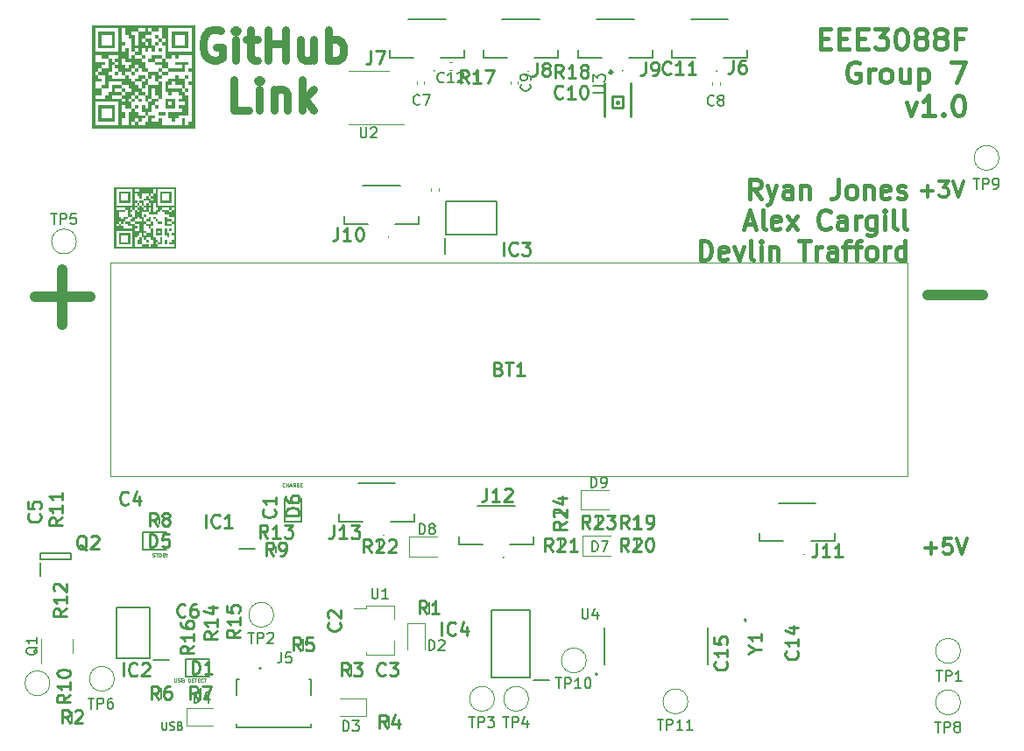
<source format=gbr>
%TF.GenerationSoftware,KiCad,Pcbnew,(6.0.2)*%
%TF.CreationDate,2022-04-11T22:24:11+02:00*%
%TF.ProjectId,main,6d61696e-2e6b-4696-9361-645f70636258,v0.02*%
%TF.SameCoordinates,Original*%
%TF.FileFunction,Legend,Top*%
%TF.FilePolarity,Positive*%
%FSLAX46Y46*%
G04 Gerber Fmt 4.6, Leading zero omitted, Abs format (unit mm)*
G04 Created by KiCad (PCBNEW (6.0.2)) date 2022-04-11 22:24:11*
%MOMM*%
%LPD*%
G01*
G04 APERTURE LIST*
%ADD10C,0.300000*%
%ADD11C,0.087500*%
%ADD12C,1.000000*%
%ADD13C,0.400000*%
%ADD14C,0.750000*%
%ADD15C,0.187500*%
%ADD16C,0.254000*%
%ADD17C,0.150000*%
%ADD18C,0.152000*%
%ADD19C,0.200000*%
%ADD20C,0.127000*%
%ADD21C,0.120000*%
%ADD22C,0.100000*%
G04 APERTURE END LIST*
D10*
X176831428Y-87297142D02*
X177974285Y-87297142D01*
X177402857Y-87868571D02*
X177402857Y-86725714D01*
X178545714Y-86368571D02*
X179474285Y-86368571D01*
X178974285Y-86940000D01*
X179188571Y-86940000D01*
X179331428Y-87011428D01*
X179402857Y-87082857D01*
X179474285Y-87225714D01*
X179474285Y-87582857D01*
X179402857Y-87725714D01*
X179331428Y-87797142D01*
X179188571Y-87868571D01*
X178760000Y-87868571D01*
X178617142Y-87797142D01*
X178545714Y-87725714D01*
X179902857Y-86368571D02*
X180402857Y-87868571D01*
X180902857Y-86368571D01*
D11*
X102516666Y-122641666D02*
X102566666Y-122658333D01*
X102650000Y-122658333D01*
X102683333Y-122641666D01*
X102700000Y-122625000D01*
X102716666Y-122591666D01*
X102716666Y-122558333D01*
X102700000Y-122525000D01*
X102683333Y-122508333D01*
X102650000Y-122491666D01*
X102583333Y-122475000D01*
X102550000Y-122458333D01*
X102533333Y-122441666D01*
X102516666Y-122408333D01*
X102516666Y-122375000D01*
X102533333Y-122341666D01*
X102550000Y-122325000D01*
X102583333Y-122308333D01*
X102666666Y-122308333D01*
X102716666Y-122325000D01*
X102816666Y-122308333D02*
X103016666Y-122308333D01*
X102916666Y-122658333D02*
X102916666Y-122308333D01*
X103133333Y-122658333D02*
X103133333Y-122308333D01*
X103216666Y-122308333D01*
X103266666Y-122325000D01*
X103300000Y-122358333D01*
X103316666Y-122391666D01*
X103333333Y-122458333D01*
X103333333Y-122508333D01*
X103316666Y-122575000D01*
X103300000Y-122608333D01*
X103266666Y-122641666D01*
X103216666Y-122658333D01*
X103133333Y-122658333D01*
X103600000Y-122475000D02*
X103650000Y-122491666D01*
X103666666Y-122508333D01*
X103683333Y-122541666D01*
X103683333Y-122591666D01*
X103666666Y-122625000D01*
X103650000Y-122641666D01*
X103616666Y-122658333D01*
X103483333Y-122658333D01*
X103483333Y-122308333D01*
X103600000Y-122308333D01*
X103633333Y-122325000D01*
X103650000Y-122341666D01*
X103666666Y-122375000D01*
X103666666Y-122408333D01*
X103650000Y-122441666D01*
X103633333Y-122458333D01*
X103600000Y-122475000D01*
X103483333Y-122475000D01*
X103900000Y-122491666D02*
X103900000Y-122658333D01*
X103783333Y-122308333D02*
X103900000Y-122491666D01*
X104016666Y-122308333D01*
X104631666Y-134428333D02*
X104631666Y-134711666D01*
X104648333Y-134745000D01*
X104665000Y-134761666D01*
X104698333Y-134778333D01*
X104765000Y-134778333D01*
X104798333Y-134761666D01*
X104815000Y-134745000D01*
X104831666Y-134711666D01*
X104831666Y-134428333D01*
X104981666Y-134761666D02*
X105031666Y-134778333D01*
X105115000Y-134778333D01*
X105148333Y-134761666D01*
X105165000Y-134745000D01*
X105181666Y-134711666D01*
X105181666Y-134678333D01*
X105165000Y-134645000D01*
X105148333Y-134628333D01*
X105115000Y-134611666D01*
X105048333Y-134595000D01*
X105015000Y-134578333D01*
X104998333Y-134561666D01*
X104981666Y-134528333D01*
X104981666Y-134495000D01*
X104998333Y-134461666D01*
X105015000Y-134445000D01*
X105048333Y-134428333D01*
X105131666Y-134428333D01*
X105181666Y-134445000D01*
X105448333Y-134595000D02*
X105498333Y-134611666D01*
X105515000Y-134628333D01*
X105531666Y-134661666D01*
X105531666Y-134711666D01*
X105515000Y-134745000D01*
X105498333Y-134761666D01*
X105465000Y-134778333D01*
X105331666Y-134778333D01*
X105331666Y-134428333D01*
X105448333Y-134428333D01*
X105481666Y-134445000D01*
X105498333Y-134461666D01*
X105515000Y-134495000D01*
X105515000Y-134528333D01*
X105498333Y-134561666D01*
X105481666Y-134578333D01*
X105448333Y-134595000D01*
X105331666Y-134595000D01*
X105948333Y-134778333D02*
X105948333Y-134428333D01*
X106031666Y-134428333D01*
X106081666Y-134445000D01*
X106115000Y-134478333D01*
X106131666Y-134511666D01*
X106148333Y-134578333D01*
X106148333Y-134628333D01*
X106131666Y-134695000D01*
X106115000Y-134728333D01*
X106081666Y-134761666D01*
X106031666Y-134778333D01*
X105948333Y-134778333D01*
X106298333Y-134595000D02*
X106415000Y-134595000D01*
X106465000Y-134778333D02*
X106298333Y-134778333D01*
X106298333Y-134428333D01*
X106465000Y-134428333D01*
X106565000Y-134428333D02*
X106765000Y-134428333D01*
X106665000Y-134778333D02*
X106665000Y-134428333D01*
X106881666Y-134595000D02*
X106998333Y-134595000D01*
X107048333Y-134778333D02*
X106881666Y-134778333D01*
X106881666Y-134428333D01*
X107048333Y-134428333D01*
X107398333Y-134745000D02*
X107381666Y-134761666D01*
X107331666Y-134778333D01*
X107298333Y-134778333D01*
X107248333Y-134761666D01*
X107215000Y-134728333D01*
X107198333Y-134695000D01*
X107181666Y-134628333D01*
X107181666Y-134578333D01*
X107198333Y-134511666D01*
X107215000Y-134478333D01*
X107248333Y-134445000D01*
X107298333Y-134428333D01*
X107331666Y-134428333D01*
X107381666Y-134445000D01*
X107398333Y-134461666D01*
X107498333Y-134428333D02*
X107698333Y-134428333D01*
X107598333Y-134778333D02*
X107598333Y-134428333D01*
D12*
X177458333Y-97375000D02*
X182791666Y-97375000D01*
D10*
X177161428Y-121837142D02*
X178304285Y-121837142D01*
X177732857Y-122408571D02*
X177732857Y-121265714D01*
X179732857Y-120908571D02*
X179018571Y-120908571D01*
X178947142Y-121622857D01*
X179018571Y-121551428D01*
X179161428Y-121480000D01*
X179518571Y-121480000D01*
X179661428Y-121551428D01*
X179732857Y-121622857D01*
X179804285Y-121765714D01*
X179804285Y-122122857D01*
X179732857Y-122265714D01*
X179661428Y-122337142D01*
X179518571Y-122408571D01*
X179161428Y-122408571D01*
X179018571Y-122337142D01*
X178947142Y-122265714D01*
X180232857Y-120908571D02*
X180732857Y-122408571D01*
X181232857Y-120908571D01*
D13*
X161310476Y-87999980D02*
X160693809Y-87123790D01*
X160253333Y-87999980D02*
X160253333Y-86159980D01*
X160958095Y-86159980D01*
X161134285Y-86247600D01*
X161222380Y-86335219D01*
X161310476Y-86510457D01*
X161310476Y-86773314D01*
X161222380Y-86948552D01*
X161134285Y-87036171D01*
X160958095Y-87123790D01*
X160253333Y-87123790D01*
X161927142Y-86773314D02*
X162367619Y-87999980D01*
X162808095Y-86773314D02*
X162367619Y-87999980D01*
X162191428Y-88438076D01*
X162103333Y-88525695D01*
X161927142Y-88613314D01*
X164305714Y-87999980D02*
X164305714Y-87036171D01*
X164217619Y-86860933D01*
X164041428Y-86773314D01*
X163689047Y-86773314D01*
X163512857Y-86860933D01*
X164305714Y-87912361D02*
X164129523Y-87999980D01*
X163689047Y-87999980D01*
X163512857Y-87912361D01*
X163424761Y-87737123D01*
X163424761Y-87561885D01*
X163512857Y-87386647D01*
X163689047Y-87299028D01*
X164129523Y-87299028D01*
X164305714Y-87211409D01*
X165186666Y-86773314D02*
X165186666Y-87999980D01*
X165186666Y-86948552D02*
X165274761Y-86860933D01*
X165450952Y-86773314D01*
X165715238Y-86773314D01*
X165891428Y-86860933D01*
X165979523Y-87036171D01*
X165979523Y-87999980D01*
X168798571Y-86159980D02*
X168798571Y-87474266D01*
X168710476Y-87737123D01*
X168534285Y-87912361D01*
X168270000Y-87999980D01*
X168093809Y-87999980D01*
X169943809Y-87999980D02*
X169767619Y-87912361D01*
X169679523Y-87824742D01*
X169591428Y-87649504D01*
X169591428Y-87123790D01*
X169679523Y-86948552D01*
X169767619Y-86860933D01*
X169943809Y-86773314D01*
X170208095Y-86773314D01*
X170384285Y-86860933D01*
X170472380Y-86948552D01*
X170560476Y-87123790D01*
X170560476Y-87649504D01*
X170472380Y-87824742D01*
X170384285Y-87912361D01*
X170208095Y-87999980D01*
X169943809Y-87999980D01*
X171353333Y-86773314D02*
X171353333Y-87999980D01*
X171353333Y-86948552D02*
X171441428Y-86860933D01*
X171617619Y-86773314D01*
X171881904Y-86773314D01*
X172058095Y-86860933D01*
X172146190Y-87036171D01*
X172146190Y-87999980D01*
X173731904Y-87912361D02*
X173555714Y-87999980D01*
X173203333Y-87999980D01*
X173027142Y-87912361D01*
X172939047Y-87737123D01*
X172939047Y-87036171D01*
X173027142Y-86860933D01*
X173203333Y-86773314D01*
X173555714Y-86773314D01*
X173731904Y-86860933D01*
X173820000Y-87036171D01*
X173820000Y-87211409D01*
X172939047Y-87386647D01*
X174524761Y-87912361D02*
X174700952Y-87999980D01*
X175053333Y-87999980D01*
X175229523Y-87912361D01*
X175317619Y-87737123D01*
X175317619Y-87649504D01*
X175229523Y-87474266D01*
X175053333Y-87386647D01*
X174789047Y-87386647D01*
X174612857Y-87299028D01*
X174524761Y-87123790D01*
X174524761Y-87036171D01*
X174612857Y-86860933D01*
X174789047Y-86773314D01*
X175053333Y-86773314D01*
X175229523Y-86860933D01*
X159812857Y-90436666D02*
X160693809Y-90436666D01*
X159636666Y-90962380D02*
X160253333Y-89122380D01*
X160870000Y-90962380D01*
X161750952Y-90962380D02*
X161574761Y-90874761D01*
X161486666Y-90699523D01*
X161486666Y-89122380D01*
X163160476Y-90874761D02*
X162984285Y-90962380D01*
X162631904Y-90962380D01*
X162455714Y-90874761D01*
X162367619Y-90699523D01*
X162367619Y-89998571D01*
X162455714Y-89823333D01*
X162631904Y-89735714D01*
X162984285Y-89735714D01*
X163160476Y-89823333D01*
X163248571Y-89998571D01*
X163248571Y-90173809D01*
X162367619Y-90349047D01*
X163865238Y-90962380D02*
X164834285Y-89735714D01*
X163865238Y-89735714D02*
X164834285Y-90962380D01*
X168005714Y-90787142D02*
X167917619Y-90874761D01*
X167653333Y-90962380D01*
X167477142Y-90962380D01*
X167212857Y-90874761D01*
X167036666Y-90699523D01*
X166948571Y-90524285D01*
X166860476Y-90173809D01*
X166860476Y-89910952D01*
X166948571Y-89560476D01*
X167036666Y-89385238D01*
X167212857Y-89210000D01*
X167477142Y-89122380D01*
X167653333Y-89122380D01*
X167917619Y-89210000D01*
X168005714Y-89297619D01*
X169591428Y-90962380D02*
X169591428Y-89998571D01*
X169503333Y-89823333D01*
X169327142Y-89735714D01*
X168974761Y-89735714D01*
X168798571Y-89823333D01*
X169591428Y-90874761D02*
X169415238Y-90962380D01*
X168974761Y-90962380D01*
X168798571Y-90874761D01*
X168710476Y-90699523D01*
X168710476Y-90524285D01*
X168798571Y-90349047D01*
X168974761Y-90261428D01*
X169415238Y-90261428D01*
X169591428Y-90173809D01*
X170472380Y-90962380D02*
X170472380Y-89735714D01*
X170472380Y-90086190D02*
X170560476Y-89910952D01*
X170648571Y-89823333D01*
X170824761Y-89735714D01*
X171000952Y-89735714D01*
X172410476Y-89735714D02*
X172410476Y-91225238D01*
X172322380Y-91400476D01*
X172234285Y-91488095D01*
X172058095Y-91575714D01*
X171793809Y-91575714D01*
X171617619Y-91488095D01*
X172410476Y-90874761D02*
X172234285Y-90962380D01*
X171881904Y-90962380D01*
X171705714Y-90874761D01*
X171617619Y-90787142D01*
X171529523Y-90611904D01*
X171529523Y-90086190D01*
X171617619Y-89910952D01*
X171705714Y-89823333D01*
X171881904Y-89735714D01*
X172234285Y-89735714D01*
X172410476Y-89823333D01*
X173291428Y-90962380D02*
X173291428Y-89735714D01*
X173291428Y-89122380D02*
X173203333Y-89210000D01*
X173291428Y-89297619D01*
X173379523Y-89210000D01*
X173291428Y-89122380D01*
X173291428Y-89297619D01*
X174436666Y-90962380D02*
X174260476Y-90874761D01*
X174172380Y-90699523D01*
X174172380Y-89122380D01*
X175405714Y-90962380D02*
X175229523Y-90874761D01*
X175141428Y-90699523D01*
X175141428Y-89122380D01*
X155496190Y-93924780D02*
X155496190Y-92084780D01*
X155936666Y-92084780D01*
X156200952Y-92172400D01*
X156377142Y-92347638D01*
X156465238Y-92522876D01*
X156553333Y-92873352D01*
X156553333Y-93136209D01*
X156465238Y-93486685D01*
X156377142Y-93661923D01*
X156200952Y-93837161D01*
X155936666Y-93924780D01*
X155496190Y-93924780D01*
X158050952Y-93837161D02*
X157874761Y-93924780D01*
X157522380Y-93924780D01*
X157346190Y-93837161D01*
X157258095Y-93661923D01*
X157258095Y-92960971D01*
X157346190Y-92785733D01*
X157522380Y-92698114D01*
X157874761Y-92698114D01*
X158050952Y-92785733D01*
X158139047Y-92960971D01*
X158139047Y-93136209D01*
X157258095Y-93311447D01*
X158755714Y-92698114D02*
X159196190Y-93924780D01*
X159636666Y-92698114D01*
X160605714Y-93924780D02*
X160429523Y-93837161D01*
X160341428Y-93661923D01*
X160341428Y-92084780D01*
X161310476Y-93924780D02*
X161310476Y-92698114D01*
X161310476Y-92084780D02*
X161222380Y-92172400D01*
X161310476Y-92260019D01*
X161398571Y-92172400D01*
X161310476Y-92084780D01*
X161310476Y-92260019D01*
X162191428Y-92698114D02*
X162191428Y-93924780D01*
X162191428Y-92873352D02*
X162279523Y-92785733D01*
X162455714Y-92698114D01*
X162720000Y-92698114D01*
X162896190Y-92785733D01*
X162984285Y-92960971D01*
X162984285Y-93924780D01*
X165010476Y-92084780D02*
X166067619Y-92084780D01*
X165539047Y-93924780D02*
X165539047Y-92084780D01*
X166684285Y-93924780D02*
X166684285Y-92698114D01*
X166684285Y-93048590D02*
X166772380Y-92873352D01*
X166860476Y-92785733D01*
X167036666Y-92698114D01*
X167212857Y-92698114D01*
X168622380Y-93924780D02*
X168622380Y-92960971D01*
X168534285Y-92785733D01*
X168358095Y-92698114D01*
X168005714Y-92698114D01*
X167829523Y-92785733D01*
X168622380Y-93837161D02*
X168446190Y-93924780D01*
X168005714Y-93924780D01*
X167829523Y-93837161D01*
X167741428Y-93661923D01*
X167741428Y-93486685D01*
X167829523Y-93311447D01*
X168005714Y-93223828D01*
X168446190Y-93223828D01*
X168622380Y-93136209D01*
X169239047Y-92698114D02*
X169943809Y-92698114D01*
X169503333Y-93924780D02*
X169503333Y-92347638D01*
X169591428Y-92172400D01*
X169767619Y-92084780D01*
X169943809Y-92084780D01*
X170296190Y-92698114D02*
X171000952Y-92698114D01*
X170560476Y-93924780D02*
X170560476Y-92347638D01*
X170648571Y-92172400D01*
X170824761Y-92084780D01*
X171000952Y-92084780D01*
X171881904Y-93924780D02*
X171705714Y-93837161D01*
X171617619Y-93749542D01*
X171529523Y-93574304D01*
X171529523Y-93048590D01*
X171617619Y-92873352D01*
X171705714Y-92785733D01*
X171881904Y-92698114D01*
X172146190Y-92698114D01*
X172322380Y-92785733D01*
X172410476Y-92873352D01*
X172498571Y-93048590D01*
X172498571Y-93574304D01*
X172410476Y-93749542D01*
X172322380Y-93837161D01*
X172146190Y-93924780D01*
X171881904Y-93924780D01*
X173291428Y-93924780D02*
X173291428Y-92698114D01*
X173291428Y-93048590D02*
X173379523Y-92873352D01*
X173467619Y-92785733D01*
X173643809Y-92698114D01*
X173820000Y-92698114D01*
X175229523Y-93924780D02*
X175229523Y-92084780D01*
X175229523Y-93837161D02*
X175053333Y-93924780D01*
X174700952Y-93924780D01*
X174524761Y-93837161D01*
X174436666Y-93749542D01*
X174348571Y-93574304D01*
X174348571Y-93048590D01*
X174436666Y-92873352D01*
X174524761Y-92785733D01*
X174700952Y-92698114D01*
X175053333Y-92698114D01*
X175229523Y-92785733D01*
D11*
X115286666Y-115845000D02*
X115270000Y-115861666D01*
X115220000Y-115878333D01*
X115186666Y-115878333D01*
X115136666Y-115861666D01*
X115103333Y-115828333D01*
X115086666Y-115795000D01*
X115070000Y-115728333D01*
X115070000Y-115678333D01*
X115086666Y-115611666D01*
X115103333Y-115578333D01*
X115136666Y-115545000D01*
X115186666Y-115528333D01*
X115220000Y-115528333D01*
X115270000Y-115545000D01*
X115286666Y-115561666D01*
X115436666Y-115878333D02*
X115436666Y-115528333D01*
X115436666Y-115695000D02*
X115636666Y-115695000D01*
X115636666Y-115878333D02*
X115636666Y-115528333D01*
X115786666Y-115778333D02*
X115953333Y-115778333D01*
X115753333Y-115878333D02*
X115870000Y-115528333D01*
X115986666Y-115878333D01*
X116303333Y-115878333D02*
X116186666Y-115711666D01*
X116103333Y-115878333D02*
X116103333Y-115528333D01*
X116236666Y-115528333D01*
X116270000Y-115545000D01*
X116286666Y-115561666D01*
X116303333Y-115595000D01*
X116303333Y-115645000D01*
X116286666Y-115678333D01*
X116270000Y-115695000D01*
X116236666Y-115711666D01*
X116103333Y-115711666D01*
X116636666Y-115545000D02*
X116603333Y-115528333D01*
X116553333Y-115528333D01*
X116503333Y-115545000D01*
X116470000Y-115578333D01*
X116453333Y-115611666D01*
X116436666Y-115678333D01*
X116436666Y-115728333D01*
X116453333Y-115795000D01*
X116470000Y-115828333D01*
X116503333Y-115861666D01*
X116553333Y-115878333D01*
X116586666Y-115878333D01*
X116636666Y-115861666D01*
X116653333Y-115845000D01*
X116653333Y-115728333D01*
X116586666Y-115728333D01*
X116803333Y-115695000D02*
X116920000Y-115695000D01*
X116970000Y-115878333D02*
X116803333Y-115878333D01*
X116803333Y-115528333D01*
X116970000Y-115528333D01*
D14*
X109108571Y-71785000D02*
X108822857Y-71642142D01*
X108394285Y-71642142D01*
X107965714Y-71785000D01*
X107680000Y-72070714D01*
X107537142Y-72356428D01*
X107394285Y-72927857D01*
X107394285Y-73356428D01*
X107537142Y-73927857D01*
X107680000Y-74213571D01*
X107965714Y-74499285D01*
X108394285Y-74642142D01*
X108680000Y-74642142D01*
X109108571Y-74499285D01*
X109251428Y-74356428D01*
X109251428Y-73356428D01*
X108680000Y-73356428D01*
X110537142Y-74642142D02*
X110537142Y-72642142D01*
X110537142Y-71642142D02*
X110394285Y-71785000D01*
X110537142Y-71927857D01*
X110680000Y-71785000D01*
X110537142Y-71642142D01*
X110537142Y-71927857D01*
X111537142Y-72642142D02*
X112680000Y-72642142D01*
X111965714Y-71642142D02*
X111965714Y-74213571D01*
X112108571Y-74499285D01*
X112394285Y-74642142D01*
X112680000Y-74642142D01*
X113680000Y-74642142D02*
X113680000Y-71642142D01*
X113680000Y-73070714D02*
X115394285Y-73070714D01*
X115394285Y-74642142D02*
X115394285Y-71642142D01*
X118108571Y-72642142D02*
X118108571Y-74642142D01*
X116822857Y-72642142D02*
X116822857Y-74213571D01*
X116965714Y-74499285D01*
X117251428Y-74642142D01*
X117680000Y-74642142D01*
X117965714Y-74499285D01*
X118108571Y-74356428D01*
X119537142Y-74642142D02*
X119537142Y-71642142D01*
X119537142Y-72785000D02*
X119822857Y-72642142D01*
X120394285Y-72642142D01*
X120680000Y-72785000D01*
X120822857Y-72927857D01*
X120965714Y-73213571D01*
X120965714Y-74070714D01*
X120822857Y-74356428D01*
X120680000Y-74499285D01*
X120394285Y-74642142D01*
X119822857Y-74642142D01*
X119537142Y-74499285D01*
X111822857Y-79472142D02*
X110394285Y-79472142D01*
X110394285Y-76472142D01*
X112822857Y-79472142D02*
X112822857Y-77472142D01*
X112822857Y-76472142D02*
X112680000Y-76615000D01*
X112822857Y-76757857D01*
X112965714Y-76615000D01*
X112822857Y-76472142D01*
X112822857Y-76757857D01*
X114251428Y-77472142D02*
X114251428Y-79472142D01*
X114251428Y-77757857D02*
X114394285Y-77615000D01*
X114680000Y-77472142D01*
X115108571Y-77472142D01*
X115394285Y-77615000D01*
X115537142Y-77900714D01*
X115537142Y-79472142D01*
X116965714Y-79472142D02*
X116965714Y-76472142D01*
X117251428Y-78329285D02*
X118108571Y-79472142D01*
X118108571Y-77472142D02*
X116965714Y-78615000D01*
D15*
X103443571Y-138659285D02*
X103443571Y-139266428D01*
X103479285Y-139337857D01*
X103515000Y-139373571D01*
X103586428Y-139409285D01*
X103729285Y-139409285D01*
X103800714Y-139373571D01*
X103836428Y-139337857D01*
X103872142Y-139266428D01*
X103872142Y-138659285D01*
X104193571Y-139373571D02*
X104300714Y-139409285D01*
X104479285Y-139409285D01*
X104550714Y-139373571D01*
X104586428Y-139337857D01*
X104622142Y-139266428D01*
X104622142Y-139195000D01*
X104586428Y-139123571D01*
X104550714Y-139087857D01*
X104479285Y-139052142D01*
X104336428Y-139016428D01*
X104265000Y-138980714D01*
X104229285Y-138945000D01*
X104193571Y-138873571D01*
X104193571Y-138802142D01*
X104229285Y-138730714D01*
X104265000Y-138695000D01*
X104336428Y-138659285D01*
X104515000Y-138659285D01*
X104622142Y-138695000D01*
X105193571Y-139016428D02*
X105300714Y-139052142D01*
X105336428Y-139087857D01*
X105372142Y-139159285D01*
X105372142Y-139266428D01*
X105336428Y-139337857D01*
X105300714Y-139373571D01*
X105229285Y-139409285D01*
X104943571Y-139409285D01*
X104943571Y-138659285D01*
X105193571Y-138659285D01*
X105265000Y-138695000D01*
X105300714Y-138730714D01*
X105336428Y-138802142D01*
X105336428Y-138873571D01*
X105300714Y-138945000D01*
X105265000Y-138980714D01*
X105193571Y-139016428D01*
X104943571Y-139016428D01*
D12*
X91133333Y-97525000D02*
X96466666Y-97525000D01*
X93800000Y-100191666D02*
X93800000Y-94858333D01*
D13*
X167084285Y-72527142D02*
X167750952Y-72527142D01*
X168036666Y-73574761D02*
X167084285Y-73574761D01*
X167084285Y-71574761D01*
X168036666Y-71574761D01*
X168893809Y-72527142D02*
X169560476Y-72527142D01*
X169846190Y-73574761D02*
X168893809Y-73574761D01*
X168893809Y-71574761D01*
X169846190Y-71574761D01*
X170703333Y-72527142D02*
X171370000Y-72527142D01*
X171655714Y-73574761D02*
X170703333Y-73574761D01*
X170703333Y-71574761D01*
X171655714Y-71574761D01*
X172322380Y-71574761D02*
X173560476Y-71574761D01*
X172893809Y-72336666D01*
X173179523Y-72336666D01*
X173369999Y-72431904D01*
X173465238Y-72527142D01*
X173560476Y-72717619D01*
X173560476Y-73193809D01*
X173465238Y-73384285D01*
X173369999Y-73479523D01*
X173179523Y-73574761D01*
X172608095Y-73574761D01*
X172417619Y-73479523D01*
X172322380Y-73384285D01*
X174798571Y-71574761D02*
X174989047Y-71574761D01*
X175179523Y-71670000D01*
X175274761Y-71765238D01*
X175370000Y-71955714D01*
X175465238Y-72336666D01*
X175465238Y-72812857D01*
X175370000Y-73193809D01*
X175274761Y-73384285D01*
X175179523Y-73479523D01*
X174989047Y-73574761D01*
X174798571Y-73574761D01*
X174608095Y-73479523D01*
X174512857Y-73384285D01*
X174417619Y-73193809D01*
X174322380Y-72812857D01*
X174322380Y-72336666D01*
X174417619Y-71955714D01*
X174512857Y-71765238D01*
X174608095Y-71670000D01*
X174798571Y-71574761D01*
X176608095Y-72431904D02*
X176417619Y-72336666D01*
X176322380Y-72241428D01*
X176227142Y-72050952D01*
X176227142Y-71955714D01*
X176322380Y-71765238D01*
X176417619Y-71670000D01*
X176608095Y-71574761D01*
X176989047Y-71574761D01*
X177179523Y-71670000D01*
X177274761Y-71765238D01*
X177370000Y-71955714D01*
X177370000Y-72050952D01*
X177274761Y-72241428D01*
X177179523Y-72336666D01*
X176989047Y-72431904D01*
X176608095Y-72431904D01*
X176417619Y-72527142D01*
X176322380Y-72622380D01*
X176227142Y-72812857D01*
X176227142Y-73193809D01*
X176322380Y-73384285D01*
X176417619Y-73479523D01*
X176608095Y-73574761D01*
X176989047Y-73574761D01*
X177179523Y-73479523D01*
X177274761Y-73384285D01*
X177370000Y-73193809D01*
X177370000Y-72812857D01*
X177274761Y-72622380D01*
X177179523Y-72527142D01*
X176989047Y-72431904D01*
X178512857Y-72431904D02*
X178322380Y-72336666D01*
X178227142Y-72241428D01*
X178131904Y-72050952D01*
X178131904Y-71955714D01*
X178227142Y-71765238D01*
X178322380Y-71670000D01*
X178512857Y-71574761D01*
X178893809Y-71574761D01*
X179084285Y-71670000D01*
X179179523Y-71765238D01*
X179274761Y-71955714D01*
X179274761Y-72050952D01*
X179179523Y-72241428D01*
X179084285Y-72336666D01*
X178893809Y-72431904D01*
X178512857Y-72431904D01*
X178322380Y-72527142D01*
X178227142Y-72622380D01*
X178131904Y-72812857D01*
X178131904Y-73193809D01*
X178227142Y-73384285D01*
X178322380Y-73479523D01*
X178512857Y-73574761D01*
X178893809Y-73574761D01*
X179084285Y-73479523D01*
X179179523Y-73384285D01*
X179274761Y-73193809D01*
X179274761Y-72812857D01*
X179179523Y-72622380D01*
X179084285Y-72527142D01*
X178893809Y-72431904D01*
X180798571Y-72527142D02*
X180131904Y-72527142D01*
X180131904Y-73574761D02*
X180131904Y-71574761D01*
X181084285Y-71574761D01*
X170798571Y-74890000D02*
X170608095Y-74794761D01*
X170322380Y-74794761D01*
X170036666Y-74890000D01*
X169846190Y-75080476D01*
X169750952Y-75270952D01*
X169655714Y-75651904D01*
X169655714Y-75937619D01*
X169750952Y-76318571D01*
X169846190Y-76509047D01*
X170036666Y-76699523D01*
X170322380Y-76794761D01*
X170512857Y-76794761D01*
X170798571Y-76699523D01*
X170893809Y-76604285D01*
X170893809Y-75937619D01*
X170512857Y-75937619D01*
X171750952Y-76794761D02*
X171750952Y-75461428D01*
X171750952Y-75842380D02*
X171846190Y-75651904D01*
X171941428Y-75556666D01*
X172131904Y-75461428D01*
X172322380Y-75461428D01*
X173274761Y-76794761D02*
X173084285Y-76699523D01*
X172989047Y-76604285D01*
X172893809Y-76413809D01*
X172893809Y-75842380D01*
X172989047Y-75651904D01*
X173084285Y-75556666D01*
X173274761Y-75461428D01*
X173560476Y-75461428D01*
X173750952Y-75556666D01*
X173846190Y-75651904D01*
X173941428Y-75842380D01*
X173941428Y-76413809D01*
X173846190Y-76604285D01*
X173750952Y-76699523D01*
X173560476Y-76794761D01*
X173274761Y-76794761D01*
X175655714Y-75461428D02*
X175655714Y-76794761D01*
X174798571Y-75461428D02*
X174798571Y-76509047D01*
X174893809Y-76699523D01*
X175084285Y-76794761D01*
X175370000Y-76794761D01*
X175560476Y-76699523D01*
X175655714Y-76604285D01*
X176608095Y-75461428D02*
X176608095Y-77461428D01*
X176608095Y-75556666D02*
X176798571Y-75461428D01*
X177179523Y-75461428D01*
X177370000Y-75556666D01*
X177465238Y-75651904D01*
X177560476Y-75842380D01*
X177560476Y-76413809D01*
X177465238Y-76604285D01*
X177370000Y-76699523D01*
X177179523Y-76794761D01*
X176798571Y-76794761D01*
X176608095Y-76699523D01*
X179750952Y-74794761D02*
X181084285Y-74794761D01*
X180227142Y-76794761D01*
X175370000Y-78681428D02*
X175846190Y-80014761D01*
X176322380Y-78681428D01*
X178131904Y-80014761D02*
X176989047Y-80014761D01*
X177560476Y-80014761D02*
X177560476Y-78014761D01*
X177370000Y-78300476D01*
X177179523Y-78490952D01*
X176989047Y-78586190D01*
X178989047Y-79824285D02*
X179084285Y-79919523D01*
X178989047Y-80014761D01*
X178893809Y-79919523D01*
X178989047Y-79824285D01*
X178989047Y-80014761D01*
X180322380Y-78014761D02*
X180512857Y-78014761D01*
X180703333Y-78110000D01*
X180798571Y-78205238D01*
X180893809Y-78395714D01*
X180989047Y-78776666D01*
X180989047Y-79252857D01*
X180893809Y-79633809D01*
X180798571Y-79824285D01*
X180703333Y-79919523D01*
X180512857Y-80014761D01*
X180322380Y-80014761D01*
X180131904Y-79919523D01*
X180036666Y-79824285D01*
X179941428Y-79633809D01*
X179846190Y-79252857D01*
X179846190Y-78776666D01*
X179941428Y-78395714D01*
X180036666Y-78205238D01*
X180131904Y-78110000D01*
X180322380Y-78014761D01*
D16*
%TO.C,R24*%
X142514523Y-119266428D02*
X141909761Y-119689761D01*
X142514523Y-119992142D02*
X141244523Y-119992142D01*
X141244523Y-119508333D01*
X141305000Y-119387380D01*
X141365476Y-119326904D01*
X141486428Y-119266428D01*
X141667857Y-119266428D01*
X141788809Y-119326904D01*
X141849285Y-119387380D01*
X141909761Y-119508333D01*
X141909761Y-119992142D01*
X141365476Y-118782619D02*
X141305000Y-118722142D01*
X141244523Y-118601190D01*
X141244523Y-118298809D01*
X141305000Y-118177857D01*
X141365476Y-118117380D01*
X141486428Y-118056904D01*
X141607380Y-118056904D01*
X141788809Y-118117380D01*
X142514523Y-118843095D01*
X142514523Y-118056904D01*
X141667857Y-116968333D02*
X142514523Y-116968333D01*
X141184047Y-117270714D02*
X142091190Y-117573095D01*
X142091190Y-116786904D01*
D17*
%TO.C,J5*%
X114961666Y-131917380D02*
X114961666Y-132631666D01*
X114914047Y-132774523D01*
X114818809Y-132869761D01*
X114675952Y-132917380D01*
X114580714Y-132917380D01*
X115914047Y-131917380D02*
X115437857Y-131917380D01*
X115390238Y-132393571D01*
X115437857Y-132345952D01*
X115533095Y-132298333D01*
X115771190Y-132298333D01*
X115866428Y-132345952D01*
X115914047Y-132393571D01*
X115961666Y-132488809D01*
X115961666Y-132726904D01*
X115914047Y-132822142D01*
X115866428Y-132869761D01*
X115771190Y-132917380D01*
X115533095Y-132917380D01*
X115437857Y-132869761D01*
X115390238Y-132822142D01*
D16*
%TO.C,R23*%
X144783571Y-119904523D02*
X144360238Y-119299761D01*
X144057857Y-119904523D02*
X144057857Y-118634523D01*
X144541666Y-118634523D01*
X144662619Y-118695000D01*
X144723095Y-118755476D01*
X144783571Y-118876428D01*
X144783571Y-119057857D01*
X144723095Y-119178809D01*
X144662619Y-119239285D01*
X144541666Y-119299761D01*
X144057857Y-119299761D01*
X145267380Y-118755476D02*
X145327857Y-118695000D01*
X145448809Y-118634523D01*
X145751190Y-118634523D01*
X145872142Y-118695000D01*
X145932619Y-118755476D01*
X145993095Y-118876428D01*
X145993095Y-118997380D01*
X145932619Y-119178809D01*
X145206904Y-119904523D01*
X145993095Y-119904523D01*
X146416428Y-118634523D02*
X147202619Y-118634523D01*
X146779285Y-119118333D01*
X146960714Y-119118333D01*
X147081666Y-119178809D01*
X147142142Y-119239285D01*
X147202619Y-119360238D01*
X147202619Y-119662619D01*
X147142142Y-119783571D01*
X147081666Y-119844047D01*
X146960714Y-119904523D01*
X146597857Y-119904523D01*
X146476904Y-119844047D01*
X146416428Y-119783571D01*
%TO.C,C5*%
X91603571Y-118501666D02*
X91664047Y-118562142D01*
X91724523Y-118743571D01*
X91724523Y-118864523D01*
X91664047Y-119045952D01*
X91543095Y-119166904D01*
X91422142Y-119227380D01*
X91180238Y-119287857D01*
X90998809Y-119287857D01*
X90756904Y-119227380D01*
X90635952Y-119166904D01*
X90515000Y-119045952D01*
X90454523Y-118864523D01*
X90454523Y-118743571D01*
X90515000Y-118562142D01*
X90575476Y-118501666D01*
X90454523Y-117352619D02*
X90454523Y-117957380D01*
X91059285Y-118017857D01*
X90998809Y-117957380D01*
X90938333Y-117836428D01*
X90938333Y-117534047D01*
X90998809Y-117413095D01*
X91059285Y-117352619D01*
X91180238Y-117292142D01*
X91482619Y-117292142D01*
X91603571Y-117352619D01*
X91664047Y-117413095D01*
X91724523Y-117534047D01*
X91724523Y-117836428D01*
X91664047Y-117957380D01*
X91603571Y-118017857D01*
%TO.C,C11*%
X152599571Y-75891571D02*
X152539095Y-75952047D01*
X152357666Y-76012523D01*
X152236714Y-76012523D01*
X152055285Y-75952047D01*
X151934333Y-75831095D01*
X151873857Y-75710142D01*
X151813380Y-75468238D01*
X151813380Y-75286809D01*
X151873857Y-75044904D01*
X151934333Y-74923952D01*
X152055285Y-74803000D01*
X152236714Y-74742523D01*
X152357666Y-74742523D01*
X152539095Y-74803000D01*
X152599571Y-74863476D01*
X153809095Y-76012523D02*
X153083380Y-76012523D01*
X153446238Y-76012523D02*
X153446238Y-74742523D01*
X153325285Y-74923952D01*
X153204333Y-75044904D01*
X153083380Y-75105380D01*
X155018619Y-76012523D02*
X154292904Y-76012523D01*
X154655761Y-76012523D02*
X154655761Y-74742523D01*
X154534809Y-74923952D01*
X154413857Y-75044904D01*
X154292904Y-75105380D01*
%TO.C,J11*%
X166701904Y-121414523D02*
X166701904Y-122321666D01*
X166641428Y-122503095D01*
X166520476Y-122624047D01*
X166339047Y-122684523D01*
X166218095Y-122684523D01*
X167971904Y-122684523D02*
X167246190Y-122684523D01*
X167609047Y-122684523D02*
X167609047Y-121414523D01*
X167488095Y-121595952D01*
X167367142Y-121716904D01*
X167246190Y-121777380D01*
X169181428Y-122684523D02*
X168455714Y-122684523D01*
X168818571Y-122684523D02*
X168818571Y-121414523D01*
X168697619Y-121595952D01*
X168576666Y-121716904D01*
X168455714Y-121777380D01*
%TO.C,C6*%
X105678333Y-128373571D02*
X105617857Y-128434047D01*
X105436428Y-128494523D01*
X105315476Y-128494523D01*
X105134047Y-128434047D01*
X105013095Y-128313095D01*
X104952619Y-128192142D01*
X104892142Y-127950238D01*
X104892142Y-127768809D01*
X104952619Y-127526904D01*
X105013095Y-127405952D01*
X105134047Y-127285000D01*
X105315476Y-127224523D01*
X105436428Y-127224523D01*
X105617857Y-127285000D01*
X105678333Y-127345476D01*
X106766904Y-127224523D02*
X106525000Y-127224523D01*
X106404047Y-127285000D01*
X106343571Y-127345476D01*
X106222619Y-127526904D01*
X106162142Y-127768809D01*
X106162142Y-128252619D01*
X106222619Y-128373571D01*
X106283095Y-128434047D01*
X106404047Y-128494523D01*
X106645952Y-128494523D01*
X106766904Y-128434047D01*
X106827380Y-128373571D01*
X106887857Y-128252619D01*
X106887857Y-127950238D01*
X106827380Y-127829285D01*
X106766904Y-127768809D01*
X106645952Y-127708333D01*
X106404047Y-127708333D01*
X106283095Y-127768809D01*
X106222619Y-127829285D01*
X106162142Y-127950238D01*
%TO.C,R7*%
X106908333Y-136464523D02*
X106485000Y-135859761D01*
X106182619Y-136464523D02*
X106182619Y-135194523D01*
X106666428Y-135194523D01*
X106787380Y-135255000D01*
X106847857Y-135315476D01*
X106908333Y-135436428D01*
X106908333Y-135617857D01*
X106847857Y-135738809D01*
X106787380Y-135799285D01*
X106666428Y-135859761D01*
X106182619Y-135859761D01*
X107331666Y-135194523D02*
X108178333Y-135194523D01*
X107634047Y-136464523D01*
D17*
%TO.C,TP2*%
X111768095Y-130008380D02*
X112339523Y-130008380D01*
X112053809Y-131008380D02*
X112053809Y-130008380D01*
X112672857Y-131008380D02*
X112672857Y-130008380D01*
X113053809Y-130008380D01*
X113149047Y-130056000D01*
X113196666Y-130103619D01*
X113244285Y-130198857D01*
X113244285Y-130341714D01*
X113196666Y-130436952D01*
X113149047Y-130484571D01*
X113053809Y-130532190D01*
X112672857Y-130532190D01*
X113625238Y-130103619D02*
X113672857Y-130056000D01*
X113768095Y-130008380D01*
X114006190Y-130008380D01*
X114101428Y-130056000D01*
X114149047Y-130103619D01*
X114196666Y-130198857D01*
X114196666Y-130294095D01*
X114149047Y-130436952D01*
X113577619Y-131008380D01*
X114196666Y-131008380D01*
D16*
%TO.C,R11*%
X93794523Y-118866428D02*
X93189761Y-119289761D01*
X93794523Y-119592142D02*
X92524523Y-119592142D01*
X92524523Y-119108333D01*
X92585000Y-118987380D01*
X92645476Y-118926904D01*
X92766428Y-118866428D01*
X92947857Y-118866428D01*
X93068809Y-118926904D01*
X93129285Y-118987380D01*
X93189761Y-119108333D01*
X93189761Y-119592142D01*
X93794523Y-117656904D02*
X93794523Y-118382619D01*
X93794523Y-118019761D02*
X92524523Y-118019761D01*
X92705952Y-118140714D01*
X92826904Y-118261666D01*
X92887380Y-118382619D01*
X93794523Y-116447380D02*
X93794523Y-117173095D01*
X93794523Y-116810238D02*
X92524523Y-116810238D01*
X92705952Y-116931190D01*
X92826904Y-117052142D01*
X92887380Y-117173095D01*
%TO.C,R18*%
X142203571Y-76334523D02*
X141780238Y-75729761D01*
X141477857Y-76334523D02*
X141477857Y-75064523D01*
X141961666Y-75064523D01*
X142082619Y-75125000D01*
X142143095Y-75185476D01*
X142203571Y-75306428D01*
X142203571Y-75487857D01*
X142143095Y-75608809D01*
X142082619Y-75669285D01*
X141961666Y-75729761D01*
X141477857Y-75729761D01*
X143413095Y-76334523D02*
X142687380Y-76334523D01*
X143050238Y-76334523D02*
X143050238Y-75064523D01*
X142929285Y-75245952D01*
X142808333Y-75366904D01*
X142687380Y-75427380D01*
X144138809Y-75608809D02*
X144017857Y-75548333D01*
X143957380Y-75487857D01*
X143896904Y-75366904D01*
X143896904Y-75306428D01*
X143957380Y-75185476D01*
X144017857Y-75125000D01*
X144138809Y-75064523D01*
X144380714Y-75064523D01*
X144501666Y-75125000D01*
X144562142Y-75185476D01*
X144622619Y-75306428D01*
X144622619Y-75366904D01*
X144562142Y-75487857D01*
X144501666Y-75548333D01*
X144380714Y-75608809D01*
X144138809Y-75608809D01*
X144017857Y-75669285D01*
X143957380Y-75729761D01*
X143896904Y-75850714D01*
X143896904Y-76092619D01*
X143957380Y-76213571D01*
X144017857Y-76274047D01*
X144138809Y-76334523D01*
X144380714Y-76334523D01*
X144501666Y-76274047D01*
X144562142Y-76213571D01*
X144622619Y-76092619D01*
X144622619Y-75850714D01*
X144562142Y-75729761D01*
X144501666Y-75669285D01*
X144380714Y-75608809D01*
%TO.C,BT1*%
X135977142Y-104459285D02*
X136158571Y-104519761D01*
X136219047Y-104580238D01*
X136279523Y-104701190D01*
X136279523Y-104882619D01*
X136219047Y-105003571D01*
X136158571Y-105064047D01*
X136037619Y-105124523D01*
X135553809Y-105124523D01*
X135553809Y-103854523D01*
X135977142Y-103854523D01*
X136098095Y-103915000D01*
X136158571Y-103975476D01*
X136219047Y-104096428D01*
X136219047Y-104217380D01*
X136158571Y-104338333D01*
X136098095Y-104398809D01*
X135977142Y-104459285D01*
X135553809Y-104459285D01*
X136642380Y-103854523D02*
X137368095Y-103854523D01*
X137005238Y-105124523D02*
X137005238Y-103854523D01*
X138456666Y-105124523D02*
X137730952Y-105124523D01*
X138093809Y-105124523D02*
X138093809Y-103854523D01*
X137972857Y-104035952D01*
X137851904Y-104156904D01*
X137730952Y-104217380D01*
%TO.C,R6*%
X103128333Y-136434523D02*
X102705000Y-135829761D01*
X102402619Y-136434523D02*
X102402619Y-135164523D01*
X102886428Y-135164523D01*
X103007380Y-135225000D01*
X103067857Y-135285476D01*
X103128333Y-135406428D01*
X103128333Y-135587857D01*
X103067857Y-135708809D01*
X103007380Y-135769285D01*
X102886428Y-135829761D01*
X102402619Y-135829761D01*
X104216904Y-135164523D02*
X103975000Y-135164523D01*
X103854047Y-135225000D01*
X103793571Y-135285476D01*
X103672619Y-135466904D01*
X103612142Y-135708809D01*
X103612142Y-136192619D01*
X103672619Y-136313571D01*
X103733095Y-136374047D01*
X103854047Y-136434523D01*
X104095952Y-136434523D01*
X104216904Y-136374047D01*
X104277380Y-136313571D01*
X104337857Y-136192619D01*
X104337857Y-135890238D01*
X104277380Y-135769285D01*
X104216904Y-135708809D01*
X104095952Y-135648333D01*
X103854047Y-135648333D01*
X103733095Y-135708809D01*
X103672619Y-135769285D01*
X103612142Y-135890238D01*
D17*
%TO.C,U2*%
X122628095Y-81112380D02*
X122628095Y-81921904D01*
X122675714Y-82017142D01*
X122723333Y-82064761D01*
X122818571Y-82112380D01*
X123009047Y-82112380D01*
X123104285Y-82064761D01*
X123151904Y-82017142D01*
X123199523Y-81921904D01*
X123199523Y-81112380D01*
X123628095Y-81207619D02*
X123675714Y-81160000D01*
X123770952Y-81112380D01*
X124009047Y-81112380D01*
X124104285Y-81160000D01*
X124151904Y-81207619D01*
X124199523Y-81302857D01*
X124199523Y-81398095D01*
X124151904Y-81540952D01*
X123580476Y-82112380D01*
X124199523Y-82112380D01*
%TO.C,U4*%
X144048095Y-127664380D02*
X144048095Y-128473904D01*
X144095714Y-128569142D01*
X144143333Y-128616761D01*
X144238571Y-128664380D01*
X144429047Y-128664380D01*
X144524285Y-128616761D01*
X144571904Y-128569142D01*
X144619523Y-128473904D01*
X144619523Y-127664380D01*
X145524285Y-127997714D02*
X145524285Y-128664380D01*
X145286190Y-127616761D02*
X145048095Y-128331047D01*
X145667142Y-128331047D01*
D16*
%TO.C,Q2*%
X96159047Y-121995476D02*
X96038095Y-121935000D01*
X95917142Y-121814047D01*
X95735714Y-121632619D01*
X95614761Y-121572142D01*
X95493809Y-121572142D01*
X95554285Y-121874523D02*
X95433333Y-121814047D01*
X95312380Y-121693095D01*
X95251904Y-121451190D01*
X95251904Y-121027857D01*
X95312380Y-120785952D01*
X95433333Y-120665000D01*
X95554285Y-120604523D01*
X95796190Y-120604523D01*
X95917142Y-120665000D01*
X96038095Y-120785952D01*
X96098571Y-121027857D01*
X96098571Y-121451190D01*
X96038095Y-121693095D01*
X95917142Y-121814047D01*
X95796190Y-121874523D01*
X95554285Y-121874523D01*
X96582380Y-120725476D02*
X96642857Y-120665000D01*
X96763809Y-120604523D01*
X97066190Y-120604523D01*
X97187142Y-120665000D01*
X97247619Y-120725476D01*
X97308095Y-120846428D01*
X97308095Y-120967380D01*
X97247619Y-121148809D01*
X96521904Y-121874523D01*
X97308095Y-121874523D01*
D17*
%TO.C,TP9*%
X181872095Y-86066380D02*
X182443523Y-86066380D01*
X182157809Y-87066380D02*
X182157809Y-86066380D01*
X182776857Y-87066380D02*
X182776857Y-86066380D01*
X183157809Y-86066380D01*
X183253047Y-86114000D01*
X183300666Y-86161619D01*
X183348285Y-86256857D01*
X183348285Y-86399714D01*
X183300666Y-86494952D01*
X183253047Y-86542571D01*
X183157809Y-86590190D01*
X182776857Y-86590190D01*
X183824476Y-87066380D02*
X184014952Y-87066380D01*
X184110190Y-87018761D01*
X184157809Y-86971142D01*
X184253047Y-86828285D01*
X184300666Y-86637809D01*
X184300666Y-86256857D01*
X184253047Y-86161619D01*
X184205428Y-86114000D01*
X184110190Y-86066380D01*
X183919714Y-86066380D01*
X183824476Y-86114000D01*
X183776857Y-86161619D01*
X183729238Y-86256857D01*
X183729238Y-86494952D01*
X183776857Y-86590190D01*
X183824476Y-86637809D01*
X183919714Y-86685428D01*
X184110190Y-86685428D01*
X184205428Y-86637809D01*
X184253047Y-86590190D01*
X184300666Y-86494952D01*
D16*
%TO.C,R5*%
X116848333Y-131744523D02*
X116425000Y-131139761D01*
X116122619Y-131744523D02*
X116122619Y-130474523D01*
X116606428Y-130474523D01*
X116727380Y-130535000D01*
X116787857Y-130595476D01*
X116848333Y-130716428D01*
X116848333Y-130897857D01*
X116787857Y-131018809D01*
X116727380Y-131079285D01*
X116606428Y-131139761D01*
X116122619Y-131139761D01*
X117997380Y-130474523D02*
X117392619Y-130474523D01*
X117332142Y-131079285D01*
X117392619Y-131018809D01*
X117513571Y-130958333D01*
X117815952Y-130958333D01*
X117936904Y-131018809D01*
X117997380Y-131079285D01*
X118057857Y-131200238D01*
X118057857Y-131502619D01*
X117997380Y-131623571D01*
X117936904Y-131684047D01*
X117815952Y-131744523D01*
X117513571Y-131744523D01*
X117392619Y-131684047D01*
X117332142Y-131623571D01*
%TO.C,J9*%
X150176666Y-74814523D02*
X150176666Y-75721666D01*
X150116190Y-75903095D01*
X149995238Y-76024047D01*
X149813809Y-76084523D01*
X149692857Y-76084523D01*
X150841904Y-76084523D02*
X151083809Y-76084523D01*
X151204761Y-76024047D01*
X151265238Y-75963571D01*
X151386190Y-75782142D01*
X151446666Y-75540238D01*
X151446666Y-75056428D01*
X151386190Y-74935476D01*
X151325714Y-74875000D01*
X151204761Y-74814523D01*
X150962857Y-74814523D01*
X150841904Y-74875000D01*
X150781428Y-74935476D01*
X150720952Y-75056428D01*
X150720952Y-75358809D01*
X150781428Y-75479761D01*
X150841904Y-75540238D01*
X150962857Y-75600714D01*
X151204761Y-75600714D01*
X151325714Y-75540238D01*
X151386190Y-75479761D01*
X151446666Y-75358809D01*
%TO.C,J10*%
X120401904Y-90814523D02*
X120401904Y-91721666D01*
X120341428Y-91903095D01*
X120220476Y-92024047D01*
X120039047Y-92084523D01*
X119918095Y-92084523D01*
X121671904Y-92084523D02*
X120946190Y-92084523D01*
X121309047Y-92084523D02*
X121309047Y-90814523D01*
X121188095Y-90995952D01*
X121067142Y-91116904D01*
X120946190Y-91177380D01*
X122458095Y-90814523D02*
X122579047Y-90814523D01*
X122700000Y-90875000D01*
X122760476Y-90935476D01*
X122820952Y-91056428D01*
X122881428Y-91298333D01*
X122881428Y-91600714D01*
X122820952Y-91842619D01*
X122760476Y-91963571D01*
X122700000Y-92024047D01*
X122579047Y-92084523D01*
X122458095Y-92084523D01*
X122337142Y-92024047D01*
X122276666Y-91963571D01*
X122216190Y-91842619D01*
X122155714Y-91600714D01*
X122155714Y-91298333D01*
X122216190Y-91056428D01*
X122276666Y-90935476D01*
X122337142Y-90875000D01*
X122458095Y-90814523D01*
%TO.C,R15*%
X110944523Y-129726428D02*
X110339761Y-130149761D01*
X110944523Y-130452142D02*
X109674523Y-130452142D01*
X109674523Y-129968333D01*
X109735000Y-129847380D01*
X109795476Y-129786904D01*
X109916428Y-129726428D01*
X110097857Y-129726428D01*
X110218809Y-129786904D01*
X110279285Y-129847380D01*
X110339761Y-129968333D01*
X110339761Y-130452142D01*
X110944523Y-128516904D02*
X110944523Y-129242619D01*
X110944523Y-128879761D02*
X109674523Y-128879761D01*
X109855952Y-129000714D01*
X109976904Y-129121666D01*
X110037380Y-129242619D01*
X109674523Y-127367857D02*
X109674523Y-127972619D01*
X110279285Y-128033095D01*
X110218809Y-127972619D01*
X110158333Y-127851666D01*
X110158333Y-127549285D01*
X110218809Y-127428333D01*
X110279285Y-127367857D01*
X110400238Y-127307380D01*
X110702619Y-127307380D01*
X110823571Y-127367857D01*
X110884047Y-127428333D01*
X110944523Y-127549285D01*
X110944523Y-127851666D01*
X110884047Y-127972619D01*
X110823571Y-128033095D01*
%TO.C,C3*%
X124988333Y-134053571D02*
X124927857Y-134114047D01*
X124746428Y-134174523D01*
X124625476Y-134174523D01*
X124444047Y-134114047D01*
X124323095Y-133993095D01*
X124262619Y-133872142D01*
X124202142Y-133630238D01*
X124202142Y-133448809D01*
X124262619Y-133206904D01*
X124323095Y-133085952D01*
X124444047Y-132965000D01*
X124625476Y-132904523D01*
X124746428Y-132904523D01*
X124927857Y-132965000D01*
X124988333Y-133025476D01*
X125411666Y-132904523D02*
X126197857Y-132904523D01*
X125774523Y-133388333D01*
X125955952Y-133388333D01*
X126076904Y-133448809D01*
X126137380Y-133509285D01*
X126197857Y-133630238D01*
X126197857Y-133932619D01*
X126137380Y-134053571D01*
X126076904Y-134114047D01*
X125955952Y-134174523D01*
X125593095Y-134174523D01*
X125472142Y-134114047D01*
X125411666Y-134053571D01*
D17*
%TO.C,C9*%
X138987142Y-76956666D02*
X139034761Y-77004285D01*
X139082380Y-77147142D01*
X139082380Y-77242380D01*
X139034761Y-77385238D01*
X138939523Y-77480476D01*
X138844285Y-77528095D01*
X138653809Y-77575714D01*
X138510952Y-77575714D01*
X138320476Y-77528095D01*
X138225238Y-77480476D01*
X138130000Y-77385238D01*
X138082380Y-77242380D01*
X138082380Y-77147142D01*
X138130000Y-77004285D01*
X138177619Y-76956666D01*
X139082380Y-76480476D02*
X139082380Y-76290000D01*
X139034761Y-76194761D01*
X138987142Y-76147142D01*
X138844285Y-76051904D01*
X138653809Y-76004285D01*
X138272857Y-76004285D01*
X138177619Y-76051904D01*
X138130000Y-76099523D01*
X138082380Y-76194761D01*
X138082380Y-76385238D01*
X138130000Y-76480476D01*
X138177619Y-76528095D01*
X138272857Y-76575714D01*
X138510952Y-76575714D01*
X138606190Y-76528095D01*
X138653809Y-76480476D01*
X138701428Y-76385238D01*
X138701428Y-76194761D01*
X138653809Y-76099523D01*
X138606190Y-76051904D01*
X138510952Y-76004285D01*
D16*
%TO.C,J8*%
X139676666Y-74904523D02*
X139676666Y-75811666D01*
X139616190Y-75993095D01*
X139495238Y-76114047D01*
X139313809Y-76174523D01*
X139192857Y-76174523D01*
X140462857Y-75448809D02*
X140341904Y-75388333D01*
X140281428Y-75327857D01*
X140220952Y-75206904D01*
X140220952Y-75146428D01*
X140281428Y-75025476D01*
X140341904Y-74965000D01*
X140462857Y-74904523D01*
X140704761Y-74904523D01*
X140825714Y-74965000D01*
X140886190Y-75025476D01*
X140946666Y-75146428D01*
X140946666Y-75206904D01*
X140886190Y-75327857D01*
X140825714Y-75388333D01*
X140704761Y-75448809D01*
X140462857Y-75448809D01*
X140341904Y-75509285D01*
X140281428Y-75569761D01*
X140220952Y-75690714D01*
X140220952Y-75932619D01*
X140281428Y-76053571D01*
X140341904Y-76114047D01*
X140462857Y-76174523D01*
X140704761Y-76174523D01*
X140825714Y-76114047D01*
X140886190Y-76053571D01*
X140946666Y-75932619D01*
X140946666Y-75690714D01*
X140886190Y-75569761D01*
X140825714Y-75509285D01*
X140704761Y-75448809D01*
%TO.C,C2*%
X120583571Y-129021666D02*
X120644047Y-129082142D01*
X120704523Y-129263571D01*
X120704523Y-129384523D01*
X120644047Y-129565952D01*
X120523095Y-129686904D01*
X120402142Y-129747380D01*
X120160238Y-129807857D01*
X119978809Y-129807857D01*
X119736904Y-129747380D01*
X119615952Y-129686904D01*
X119495000Y-129565952D01*
X119434523Y-129384523D01*
X119434523Y-129263571D01*
X119495000Y-129082142D01*
X119555476Y-129021666D01*
X119555476Y-128537857D02*
X119495000Y-128477380D01*
X119434523Y-128356428D01*
X119434523Y-128054047D01*
X119495000Y-127933095D01*
X119555476Y-127872619D01*
X119676428Y-127812142D01*
X119797380Y-127812142D01*
X119978809Y-127872619D01*
X120704523Y-128598333D01*
X120704523Y-127812142D01*
%TO.C,C4*%
X100158333Y-117513571D02*
X100097857Y-117574047D01*
X99916428Y-117634523D01*
X99795476Y-117634523D01*
X99614047Y-117574047D01*
X99493095Y-117453095D01*
X99432619Y-117332142D01*
X99372142Y-117090238D01*
X99372142Y-116908809D01*
X99432619Y-116666904D01*
X99493095Y-116545952D01*
X99614047Y-116425000D01*
X99795476Y-116364523D01*
X99916428Y-116364523D01*
X100097857Y-116425000D01*
X100158333Y-116485476D01*
X101246904Y-116787857D02*
X101246904Y-117634523D01*
X100944523Y-116304047D02*
X100642142Y-117211190D01*
X101428333Y-117211190D01*
D17*
%TO.C,TP10*%
X141491904Y-134372380D02*
X142063333Y-134372380D01*
X141777619Y-135372380D02*
X141777619Y-134372380D01*
X142396666Y-135372380D02*
X142396666Y-134372380D01*
X142777619Y-134372380D01*
X142872857Y-134420000D01*
X142920476Y-134467619D01*
X142968095Y-134562857D01*
X142968095Y-134705714D01*
X142920476Y-134800952D01*
X142872857Y-134848571D01*
X142777619Y-134896190D01*
X142396666Y-134896190D01*
X143920476Y-135372380D02*
X143349047Y-135372380D01*
X143634761Y-135372380D02*
X143634761Y-134372380D01*
X143539523Y-134515238D01*
X143444285Y-134610476D01*
X143349047Y-134658095D01*
X144539523Y-134372380D02*
X144634761Y-134372380D01*
X144730000Y-134420000D01*
X144777619Y-134467619D01*
X144825238Y-134562857D01*
X144872857Y-134753333D01*
X144872857Y-134991428D01*
X144825238Y-135181904D01*
X144777619Y-135277142D01*
X144730000Y-135324761D01*
X144634761Y-135372380D01*
X144539523Y-135372380D01*
X144444285Y-135324761D01*
X144396666Y-135277142D01*
X144349047Y-135181904D01*
X144301428Y-134991428D01*
X144301428Y-134753333D01*
X144349047Y-134562857D01*
X144396666Y-134467619D01*
X144444285Y-134420000D01*
X144539523Y-134372380D01*
%TO.C,C12*%
X130675142Y-76701142D02*
X130627523Y-76748761D01*
X130484666Y-76796380D01*
X130389428Y-76796380D01*
X130246571Y-76748761D01*
X130151333Y-76653523D01*
X130103714Y-76558285D01*
X130056095Y-76367809D01*
X130056095Y-76224952D01*
X130103714Y-76034476D01*
X130151333Y-75939238D01*
X130246571Y-75844000D01*
X130389428Y-75796380D01*
X130484666Y-75796380D01*
X130627523Y-75844000D01*
X130675142Y-75891619D01*
X131627523Y-76796380D02*
X131056095Y-76796380D01*
X131341809Y-76796380D02*
X131341809Y-75796380D01*
X131246571Y-75939238D01*
X131151333Y-76034476D01*
X131056095Y-76082095D01*
X132008476Y-75891619D02*
X132056095Y-75844000D01*
X132151333Y-75796380D01*
X132389428Y-75796380D01*
X132484666Y-75844000D01*
X132532285Y-75891619D01*
X132579904Y-75986857D01*
X132579904Y-76082095D01*
X132532285Y-76224952D01*
X131960857Y-76796380D01*
X132579904Y-76796380D01*
%TO.C,C8*%
X156773333Y-78927142D02*
X156725714Y-78974761D01*
X156582857Y-79022380D01*
X156487619Y-79022380D01*
X156344761Y-78974761D01*
X156249523Y-78879523D01*
X156201904Y-78784285D01*
X156154285Y-78593809D01*
X156154285Y-78450952D01*
X156201904Y-78260476D01*
X156249523Y-78165238D01*
X156344761Y-78070000D01*
X156487619Y-78022380D01*
X156582857Y-78022380D01*
X156725714Y-78070000D01*
X156773333Y-78117619D01*
X157344761Y-78450952D02*
X157249523Y-78403333D01*
X157201904Y-78355714D01*
X157154285Y-78260476D01*
X157154285Y-78212857D01*
X157201904Y-78117619D01*
X157249523Y-78070000D01*
X157344761Y-78022380D01*
X157535238Y-78022380D01*
X157630476Y-78070000D01*
X157678095Y-78117619D01*
X157725714Y-78212857D01*
X157725714Y-78260476D01*
X157678095Y-78355714D01*
X157630476Y-78403333D01*
X157535238Y-78450952D01*
X157344761Y-78450952D01*
X157249523Y-78498571D01*
X157201904Y-78546190D01*
X157154285Y-78641428D01*
X157154285Y-78831904D01*
X157201904Y-78927142D01*
X157249523Y-78974761D01*
X157344761Y-79022380D01*
X157535238Y-79022380D01*
X157630476Y-78974761D01*
X157678095Y-78927142D01*
X157725714Y-78831904D01*
X157725714Y-78641428D01*
X157678095Y-78546190D01*
X157630476Y-78498571D01*
X157535238Y-78450952D01*
D16*
%TO.C,D1*%
X106362619Y-133994523D02*
X106362619Y-132724523D01*
X106665000Y-132724523D01*
X106846428Y-132785000D01*
X106967380Y-132905952D01*
X107027857Y-133026904D01*
X107088333Y-133268809D01*
X107088333Y-133450238D01*
X107027857Y-133692142D01*
X106967380Y-133813095D01*
X106846428Y-133934047D01*
X106665000Y-133994523D01*
X106362619Y-133994523D01*
X108297857Y-133994523D02*
X107572142Y-133994523D01*
X107935000Y-133994523D02*
X107935000Y-132724523D01*
X107814047Y-132905952D01*
X107693095Y-133026904D01*
X107572142Y-133087380D01*
%TO.C,R10*%
X94564523Y-135986428D02*
X93959761Y-136409761D01*
X94564523Y-136712142D02*
X93294523Y-136712142D01*
X93294523Y-136228333D01*
X93355000Y-136107380D01*
X93415476Y-136046904D01*
X93536428Y-135986428D01*
X93717857Y-135986428D01*
X93838809Y-136046904D01*
X93899285Y-136107380D01*
X93959761Y-136228333D01*
X93959761Y-136712142D01*
X94564523Y-134776904D02*
X94564523Y-135502619D01*
X94564523Y-135139761D02*
X93294523Y-135139761D01*
X93475952Y-135260714D01*
X93596904Y-135381666D01*
X93657380Y-135502619D01*
X93294523Y-133990714D02*
X93294523Y-133869761D01*
X93355000Y-133748809D01*
X93415476Y-133688333D01*
X93536428Y-133627857D01*
X93778333Y-133567380D01*
X94080714Y-133567380D01*
X94322619Y-133627857D01*
X94443571Y-133688333D01*
X94504047Y-133748809D01*
X94564523Y-133869761D01*
X94564523Y-133990714D01*
X94504047Y-134111666D01*
X94443571Y-134172142D01*
X94322619Y-134232619D01*
X94080714Y-134293095D01*
X93778333Y-134293095D01*
X93536428Y-134232619D01*
X93415476Y-134172142D01*
X93355000Y-134111666D01*
X93294523Y-133990714D01*
%TO.C,R19*%
X148533571Y-119914523D02*
X148110238Y-119309761D01*
X147807857Y-119914523D02*
X147807857Y-118644523D01*
X148291666Y-118644523D01*
X148412619Y-118705000D01*
X148473095Y-118765476D01*
X148533571Y-118886428D01*
X148533571Y-119067857D01*
X148473095Y-119188809D01*
X148412619Y-119249285D01*
X148291666Y-119309761D01*
X147807857Y-119309761D01*
X149743095Y-119914523D02*
X149017380Y-119914523D01*
X149380238Y-119914523D02*
X149380238Y-118644523D01*
X149259285Y-118825952D01*
X149138333Y-118946904D01*
X149017380Y-119007380D01*
X150347857Y-119914523D02*
X150589761Y-119914523D01*
X150710714Y-119854047D01*
X150771190Y-119793571D01*
X150892142Y-119612142D01*
X150952619Y-119370238D01*
X150952619Y-118886428D01*
X150892142Y-118765476D01*
X150831666Y-118705000D01*
X150710714Y-118644523D01*
X150468809Y-118644523D01*
X150347857Y-118705000D01*
X150287380Y-118765476D01*
X150226904Y-118886428D01*
X150226904Y-119188809D01*
X150287380Y-119309761D01*
X150347857Y-119370238D01*
X150468809Y-119430714D01*
X150710714Y-119430714D01*
X150831666Y-119370238D01*
X150892142Y-119309761D01*
X150952619Y-119188809D01*
%TO.C,IC1*%
X107660238Y-119824523D02*
X107660238Y-118554523D01*
X108990714Y-119703571D02*
X108930238Y-119764047D01*
X108748809Y-119824523D01*
X108627857Y-119824523D01*
X108446428Y-119764047D01*
X108325476Y-119643095D01*
X108265000Y-119522142D01*
X108204523Y-119280238D01*
X108204523Y-119098809D01*
X108265000Y-118856904D01*
X108325476Y-118735952D01*
X108446428Y-118615000D01*
X108627857Y-118554523D01*
X108748809Y-118554523D01*
X108930238Y-118615000D01*
X108990714Y-118675476D01*
X110200238Y-119824523D02*
X109474523Y-119824523D01*
X109837380Y-119824523D02*
X109837380Y-118554523D01*
X109716428Y-118735952D01*
X109595476Y-118856904D01*
X109474523Y-118917380D01*
%TO.C,R17*%
X133033571Y-76864523D02*
X132610238Y-76259761D01*
X132307857Y-76864523D02*
X132307857Y-75594523D01*
X132791666Y-75594523D01*
X132912619Y-75655000D01*
X132973095Y-75715476D01*
X133033571Y-75836428D01*
X133033571Y-76017857D01*
X132973095Y-76138809D01*
X132912619Y-76199285D01*
X132791666Y-76259761D01*
X132307857Y-76259761D01*
X134243095Y-76864523D02*
X133517380Y-76864523D01*
X133880238Y-76864523D02*
X133880238Y-75594523D01*
X133759285Y-75775952D01*
X133638333Y-75896904D01*
X133517380Y-75957380D01*
X134666428Y-75594523D02*
X135513095Y-75594523D01*
X134968809Y-76864523D01*
%TO.C,R9*%
X114228333Y-122534523D02*
X113805000Y-121929761D01*
X113502619Y-122534523D02*
X113502619Y-121264523D01*
X113986428Y-121264523D01*
X114107380Y-121325000D01*
X114167857Y-121385476D01*
X114228333Y-121506428D01*
X114228333Y-121687857D01*
X114167857Y-121808809D01*
X114107380Y-121869285D01*
X113986428Y-121929761D01*
X113502619Y-121929761D01*
X114833095Y-122534523D02*
X115075000Y-122534523D01*
X115195952Y-122474047D01*
X115256428Y-122413571D01*
X115377380Y-122232142D01*
X115437857Y-121990238D01*
X115437857Y-121506428D01*
X115377380Y-121385476D01*
X115316904Y-121325000D01*
X115195952Y-121264523D01*
X114954047Y-121264523D01*
X114833095Y-121325000D01*
X114772619Y-121385476D01*
X114712142Y-121506428D01*
X114712142Y-121808809D01*
X114772619Y-121929761D01*
X114833095Y-121990238D01*
X114954047Y-122050714D01*
X115195952Y-122050714D01*
X115316904Y-121990238D01*
X115377380Y-121929761D01*
X115437857Y-121808809D01*
D17*
%TO.C,TP6*%
X96298095Y-136342380D02*
X96869523Y-136342380D01*
X96583809Y-137342380D02*
X96583809Y-136342380D01*
X97202857Y-137342380D02*
X97202857Y-136342380D01*
X97583809Y-136342380D01*
X97679047Y-136390000D01*
X97726666Y-136437619D01*
X97774285Y-136532857D01*
X97774285Y-136675714D01*
X97726666Y-136770952D01*
X97679047Y-136818571D01*
X97583809Y-136866190D01*
X97202857Y-136866190D01*
X98631428Y-136342380D02*
X98440952Y-136342380D01*
X98345714Y-136390000D01*
X98298095Y-136437619D01*
X98202857Y-136580476D01*
X98155238Y-136770952D01*
X98155238Y-137151904D01*
X98202857Y-137247142D01*
X98250476Y-137294761D01*
X98345714Y-137342380D01*
X98536190Y-137342380D01*
X98631428Y-137294761D01*
X98679047Y-137247142D01*
X98726666Y-137151904D01*
X98726666Y-136913809D01*
X98679047Y-136818571D01*
X98631428Y-136770952D01*
X98536190Y-136723333D01*
X98345714Y-136723333D01*
X98250476Y-136770952D01*
X98202857Y-136818571D01*
X98155238Y-136913809D01*
D16*
%TO.C,IC3*%
X136450238Y-93504523D02*
X136450238Y-92234523D01*
X137780714Y-93383571D02*
X137720238Y-93444047D01*
X137538809Y-93504523D01*
X137417857Y-93504523D01*
X137236428Y-93444047D01*
X137115476Y-93323095D01*
X137055000Y-93202142D01*
X136994523Y-92960238D01*
X136994523Y-92778809D01*
X137055000Y-92536904D01*
X137115476Y-92415952D01*
X137236428Y-92295000D01*
X137417857Y-92234523D01*
X137538809Y-92234523D01*
X137720238Y-92295000D01*
X137780714Y-92355476D01*
X138204047Y-92234523D02*
X138990238Y-92234523D01*
X138566904Y-92718333D01*
X138748333Y-92718333D01*
X138869285Y-92778809D01*
X138929761Y-92839285D01*
X138990238Y-92960238D01*
X138990238Y-93262619D01*
X138929761Y-93383571D01*
X138869285Y-93444047D01*
X138748333Y-93504523D01*
X138385476Y-93504523D01*
X138264523Y-93444047D01*
X138204047Y-93383571D01*
%TO.C,R4*%
X125168333Y-139204523D02*
X124745000Y-138599761D01*
X124442619Y-139204523D02*
X124442619Y-137934523D01*
X124926428Y-137934523D01*
X125047380Y-137995000D01*
X125107857Y-138055476D01*
X125168333Y-138176428D01*
X125168333Y-138357857D01*
X125107857Y-138478809D01*
X125047380Y-138539285D01*
X124926428Y-138599761D01*
X124442619Y-138599761D01*
X126256904Y-138357857D02*
X126256904Y-139204523D01*
X125954523Y-137874047D02*
X125652142Y-138781190D01*
X126438333Y-138781190D01*
%TO.C,R14*%
X108754523Y-129886428D02*
X108149761Y-130309761D01*
X108754523Y-130612142D02*
X107484523Y-130612142D01*
X107484523Y-130128333D01*
X107545000Y-130007380D01*
X107605476Y-129946904D01*
X107726428Y-129886428D01*
X107907857Y-129886428D01*
X108028809Y-129946904D01*
X108089285Y-130007380D01*
X108149761Y-130128333D01*
X108149761Y-130612142D01*
X108754523Y-128676904D02*
X108754523Y-129402619D01*
X108754523Y-129039761D02*
X107484523Y-129039761D01*
X107665952Y-129160714D01*
X107786904Y-129281666D01*
X107847380Y-129402619D01*
X107907857Y-127588333D02*
X108754523Y-127588333D01*
X107424047Y-127890714D02*
X108331190Y-128193095D01*
X108331190Y-127406904D01*
%TO.C,IC4*%
X130470238Y-130244523D02*
X130470238Y-128974523D01*
X131800714Y-130123571D02*
X131740238Y-130184047D01*
X131558809Y-130244523D01*
X131437857Y-130244523D01*
X131256428Y-130184047D01*
X131135476Y-130063095D01*
X131075000Y-129942142D01*
X131014523Y-129700238D01*
X131014523Y-129518809D01*
X131075000Y-129276904D01*
X131135476Y-129155952D01*
X131256428Y-129035000D01*
X131437857Y-128974523D01*
X131558809Y-128974523D01*
X131740238Y-129035000D01*
X131800714Y-129095476D01*
X132889285Y-129397857D02*
X132889285Y-130244523D01*
X132586904Y-128914047D02*
X132284523Y-129821190D01*
X133070714Y-129821190D01*
%TO.C,C15*%
X157955571Y-132812428D02*
X158016047Y-132872904D01*
X158076523Y-133054333D01*
X158076523Y-133175285D01*
X158016047Y-133356714D01*
X157895095Y-133477666D01*
X157774142Y-133538142D01*
X157532238Y-133598619D01*
X157350809Y-133598619D01*
X157108904Y-133538142D01*
X156987952Y-133477666D01*
X156867000Y-133356714D01*
X156806523Y-133175285D01*
X156806523Y-133054333D01*
X156867000Y-132872904D01*
X156927476Y-132812428D01*
X158076523Y-131602904D02*
X158076523Y-132328619D01*
X158076523Y-131965761D02*
X156806523Y-131965761D01*
X156987952Y-132086714D01*
X157108904Y-132207666D01*
X157169380Y-132328619D01*
X156806523Y-130453857D02*
X156806523Y-131058619D01*
X157411285Y-131119095D01*
X157350809Y-131058619D01*
X157290333Y-130937666D01*
X157290333Y-130635285D01*
X157350809Y-130514333D01*
X157411285Y-130453857D01*
X157532238Y-130393380D01*
X157834619Y-130393380D01*
X157955571Y-130453857D01*
X158016047Y-130514333D01*
X158076523Y-130635285D01*
X158076523Y-130937666D01*
X158016047Y-131058619D01*
X157955571Y-131119095D01*
%TO.C,R20*%
X148513571Y-122114523D02*
X148090238Y-121509761D01*
X147787857Y-122114523D02*
X147787857Y-120844523D01*
X148271666Y-120844523D01*
X148392619Y-120905000D01*
X148453095Y-120965476D01*
X148513571Y-121086428D01*
X148513571Y-121267857D01*
X148453095Y-121388809D01*
X148392619Y-121449285D01*
X148271666Y-121509761D01*
X147787857Y-121509761D01*
X148997380Y-120965476D02*
X149057857Y-120905000D01*
X149178809Y-120844523D01*
X149481190Y-120844523D01*
X149602142Y-120905000D01*
X149662619Y-120965476D01*
X149723095Y-121086428D01*
X149723095Y-121207380D01*
X149662619Y-121388809D01*
X148936904Y-122114523D01*
X149723095Y-122114523D01*
X150509285Y-120844523D02*
X150630238Y-120844523D01*
X150751190Y-120905000D01*
X150811666Y-120965476D01*
X150872142Y-121086428D01*
X150932619Y-121328333D01*
X150932619Y-121630714D01*
X150872142Y-121872619D01*
X150811666Y-121993571D01*
X150751190Y-122054047D01*
X150630238Y-122114523D01*
X150509285Y-122114523D01*
X150388333Y-122054047D01*
X150327857Y-121993571D01*
X150267380Y-121872619D01*
X150206904Y-121630714D01*
X150206904Y-121328333D01*
X150267380Y-121086428D01*
X150327857Y-120965476D01*
X150388333Y-120905000D01*
X150509285Y-120844523D01*
%TO.C,R16*%
X106524523Y-131276428D02*
X105919761Y-131699761D01*
X106524523Y-132002142D02*
X105254523Y-132002142D01*
X105254523Y-131518333D01*
X105315000Y-131397380D01*
X105375476Y-131336904D01*
X105496428Y-131276428D01*
X105677857Y-131276428D01*
X105798809Y-131336904D01*
X105859285Y-131397380D01*
X105919761Y-131518333D01*
X105919761Y-132002142D01*
X106524523Y-130066904D02*
X106524523Y-130792619D01*
X106524523Y-130429761D02*
X105254523Y-130429761D01*
X105435952Y-130550714D01*
X105556904Y-130671666D01*
X105617380Y-130792619D01*
X105254523Y-128978333D02*
X105254523Y-129220238D01*
X105315000Y-129341190D01*
X105375476Y-129401666D01*
X105556904Y-129522619D01*
X105798809Y-129583095D01*
X106282619Y-129583095D01*
X106403571Y-129522619D01*
X106464047Y-129462142D01*
X106524523Y-129341190D01*
X106524523Y-129099285D01*
X106464047Y-128978333D01*
X106403571Y-128917857D01*
X106282619Y-128857380D01*
X105980238Y-128857380D01*
X105859285Y-128917857D01*
X105798809Y-128978333D01*
X105738333Y-129099285D01*
X105738333Y-129341190D01*
X105798809Y-129462142D01*
X105859285Y-129522619D01*
X105980238Y-129583095D01*
%TO.C,D6*%
X116674523Y-118637380D02*
X115404523Y-118637380D01*
X115404523Y-118335000D01*
X115465000Y-118153571D01*
X115585952Y-118032619D01*
X115706904Y-117972142D01*
X115948809Y-117911666D01*
X116130238Y-117911666D01*
X116372142Y-117972142D01*
X116493095Y-118032619D01*
X116614047Y-118153571D01*
X116674523Y-118335000D01*
X116674523Y-118637380D01*
X115404523Y-116823095D02*
X115404523Y-117065000D01*
X115465000Y-117185952D01*
X115525476Y-117246428D01*
X115706904Y-117367380D01*
X115948809Y-117427857D01*
X116432619Y-117427857D01*
X116553571Y-117367380D01*
X116614047Y-117306904D01*
X116674523Y-117185952D01*
X116674523Y-116944047D01*
X116614047Y-116823095D01*
X116553571Y-116762619D01*
X116432619Y-116702142D01*
X116130238Y-116702142D01*
X116009285Y-116762619D01*
X115948809Y-116823095D01*
X115888333Y-116944047D01*
X115888333Y-117185952D01*
X115948809Y-117306904D01*
X116009285Y-117367380D01*
X116130238Y-117427857D01*
D17*
%TO.C,TP8*%
X178148095Y-138642380D02*
X178719523Y-138642380D01*
X178433809Y-139642380D02*
X178433809Y-138642380D01*
X179052857Y-139642380D02*
X179052857Y-138642380D01*
X179433809Y-138642380D01*
X179529047Y-138690000D01*
X179576666Y-138737619D01*
X179624285Y-138832857D01*
X179624285Y-138975714D01*
X179576666Y-139070952D01*
X179529047Y-139118571D01*
X179433809Y-139166190D01*
X179052857Y-139166190D01*
X180195714Y-139070952D02*
X180100476Y-139023333D01*
X180052857Y-138975714D01*
X180005238Y-138880476D01*
X180005238Y-138832857D01*
X180052857Y-138737619D01*
X180100476Y-138690000D01*
X180195714Y-138642380D01*
X180386190Y-138642380D01*
X180481428Y-138690000D01*
X180529047Y-138737619D01*
X180576666Y-138832857D01*
X180576666Y-138880476D01*
X180529047Y-138975714D01*
X180481428Y-139023333D01*
X180386190Y-139070952D01*
X180195714Y-139070952D01*
X180100476Y-139118571D01*
X180052857Y-139166190D01*
X180005238Y-139261428D01*
X180005238Y-139451904D01*
X180052857Y-139547142D01*
X180100476Y-139594761D01*
X180195714Y-139642380D01*
X180386190Y-139642380D01*
X180481428Y-139594761D01*
X180529047Y-139547142D01*
X180576666Y-139451904D01*
X180576666Y-139261428D01*
X180529047Y-139166190D01*
X180481428Y-139118571D01*
X180386190Y-139070952D01*
D16*
%TO.C,R13*%
X113633571Y-120834523D02*
X113210238Y-120229761D01*
X112907857Y-120834523D02*
X112907857Y-119564523D01*
X113391666Y-119564523D01*
X113512619Y-119625000D01*
X113573095Y-119685476D01*
X113633571Y-119806428D01*
X113633571Y-119987857D01*
X113573095Y-120108809D01*
X113512619Y-120169285D01*
X113391666Y-120229761D01*
X112907857Y-120229761D01*
X114843095Y-120834523D02*
X114117380Y-120834523D01*
X114480238Y-120834523D02*
X114480238Y-119564523D01*
X114359285Y-119745952D01*
X114238333Y-119866904D01*
X114117380Y-119927380D01*
X115266428Y-119564523D02*
X116052619Y-119564523D01*
X115629285Y-120048333D01*
X115810714Y-120048333D01*
X115931666Y-120108809D01*
X115992142Y-120169285D01*
X116052619Y-120290238D01*
X116052619Y-120592619D01*
X115992142Y-120713571D01*
X115931666Y-120774047D01*
X115810714Y-120834523D01*
X115447857Y-120834523D01*
X115326904Y-120774047D01*
X115266428Y-120713571D01*
%TO.C,J13*%
X120031904Y-119624523D02*
X120031904Y-120531666D01*
X119971428Y-120713095D01*
X119850476Y-120834047D01*
X119669047Y-120894523D01*
X119548095Y-120894523D01*
X121301904Y-120894523D02*
X120576190Y-120894523D01*
X120939047Y-120894523D02*
X120939047Y-119624523D01*
X120818095Y-119805952D01*
X120697142Y-119926904D01*
X120576190Y-119987380D01*
X121725238Y-119624523D02*
X122511428Y-119624523D01*
X122088095Y-120108333D01*
X122269523Y-120108333D01*
X122390476Y-120168809D01*
X122450952Y-120229285D01*
X122511428Y-120350238D01*
X122511428Y-120652619D01*
X122450952Y-120773571D01*
X122390476Y-120834047D01*
X122269523Y-120894523D01*
X121906666Y-120894523D01*
X121785714Y-120834047D01*
X121725238Y-120773571D01*
%TO.C,Y1*%
X160773761Y-131584761D02*
X161378523Y-131584761D01*
X160108523Y-132008095D02*
X160773761Y-131584761D01*
X160108523Y-131161428D01*
X161378523Y-130072857D02*
X161378523Y-130798571D01*
X161378523Y-130435714D02*
X160108523Y-130435714D01*
X160289952Y-130556666D01*
X160410904Y-130677619D01*
X160471380Y-130798571D01*
D17*
%TO.C,D7*%
X145001904Y-122142380D02*
X145001904Y-121142380D01*
X145240000Y-121142380D01*
X145382857Y-121190000D01*
X145478095Y-121285238D01*
X145525714Y-121380476D01*
X145573333Y-121570952D01*
X145573333Y-121713809D01*
X145525714Y-121904285D01*
X145478095Y-121999523D01*
X145382857Y-122094761D01*
X145240000Y-122142380D01*
X145001904Y-122142380D01*
X145906666Y-121142380D02*
X146573333Y-121142380D01*
X146144761Y-122142380D01*
D16*
%TO.C,D5*%
X102212619Y-121714523D02*
X102212619Y-120444523D01*
X102515000Y-120444523D01*
X102696428Y-120505000D01*
X102817380Y-120625952D01*
X102877857Y-120746904D01*
X102938333Y-120988809D01*
X102938333Y-121170238D01*
X102877857Y-121412142D01*
X102817380Y-121533095D01*
X102696428Y-121654047D01*
X102515000Y-121714523D01*
X102212619Y-121714523D01*
X104087380Y-120444523D02*
X103482619Y-120444523D01*
X103422142Y-121049285D01*
X103482619Y-120988809D01*
X103603571Y-120928333D01*
X103905952Y-120928333D01*
X104026904Y-120988809D01*
X104087380Y-121049285D01*
X104147857Y-121170238D01*
X104147857Y-121472619D01*
X104087380Y-121593571D01*
X104026904Y-121654047D01*
X103905952Y-121714523D01*
X103603571Y-121714523D01*
X103482619Y-121654047D01*
X103422142Y-121593571D01*
%TO.C,J6*%
X158636666Y-74604523D02*
X158636666Y-75511666D01*
X158576190Y-75693095D01*
X158455238Y-75814047D01*
X158273809Y-75874523D01*
X158152857Y-75874523D01*
X159785714Y-74604523D02*
X159543809Y-74604523D01*
X159422857Y-74665000D01*
X159362380Y-74725476D01*
X159241428Y-74906904D01*
X159180952Y-75148809D01*
X159180952Y-75632619D01*
X159241428Y-75753571D01*
X159301904Y-75814047D01*
X159422857Y-75874523D01*
X159664761Y-75874523D01*
X159785714Y-75814047D01*
X159846190Y-75753571D01*
X159906666Y-75632619D01*
X159906666Y-75330238D01*
X159846190Y-75209285D01*
X159785714Y-75148809D01*
X159664761Y-75088333D01*
X159422857Y-75088333D01*
X159301904Y-75148809D01*
X159241428Y-75209285D01*
X159180952Y-75330238D01*
D17*
%TO.C,TP3*%
X133104095Y-138136380D02*
X133675523Y-138136380D01*
X133389809Y-139136380D02*
X133389809Y-138136380D01*
X134008857Y-139136380D02*
X134008857Y-138136380D01*
X134389809Y-138136380D01*
X134485047Y-138184000D01*
X134532666Y-138231619D01*
X134580285Y-138326857D01*
X134580285Y-138469714D01*
X134532666Y-138564952D01*
X134485047Y-138612571D01*
X134389809Y-138660190D01*
X134008857Y-138660190D01*
X134913619Y-138136380D02*
X135532666Y-138136380D01*
X135199333Y-138517333D01*
X135342190Y-138517333D01*
X135437428Y-138564952D01*
X135485047Y-138612571D01*
X135532666Y-138707809D01*
X135532666Y-138945904D01*
X135485047Y-139041142D01*
X135437428Y-139088761D01*
X135342190Y-139136380D01*
X135056476Y-139136380D01*
X134961238Y-139088761D01*
X134913619Y-139041142D01*
D16*
%TO.C,R3*%
X121518333Y-134204523D02*
X121095000Y-133599761D01*
X120792619Y-134204523D02*
X120792619Y-132934523D01*
X121276428Y-132934523D01*
X121397380Y-132995000D01*
X121457857Y-133055476D01*
X121518333Y-133176428D01*
X121518333Y-133357857D01*
X121457857Y-133478809D01*
X121397380Y-133539285D01*
X121276428Y-133599761D01*
X120792619Y-133599761D01*
X121941666Y-132934523D02*
X122727857Y-132934523D01*
X122304523Y-133418333D01*
X122485952Y-133418333D01*
X122606904Y-133478809D01*
X122667380Y-133539285D01*
X122727857Y-133660238D01*
X122727857Y-133962619D01*
X122667380Y-134083571D01*
X122606904Y-134144047D01*
X122485952Y-134204523D01*
X122123095Y-134204523D01*
X122002142Y-134144047D01*
X121941666Y-134083571D01*
%TO.C,IC2*%
X99680238Y-134184523D02*
X99680238Y-132914523D01*
X101010714Y-134063571D02*
X100950238Y-134124047D01*
X100768809Y-134184523D01*
X100647857Y-134184523D01*
X100466428Y-134124047D01*
X100345476Y-134003095D01*
X100285000Y-133882142D01*
X100224523Y-133640238D01*
X100224523Y-133458809D01*
X100285000Y-133216904D01*
X100345476Y-133095952D01*
X100466428Y-132975000D01*
X100647857Y-132914523D01*
X100768809Y-132914523D01*
X100950238Y-132975000D01*
X101010714Y-133035476D01*
X101494523Y-133035476D02*
X101555000Y-132975000D01*
X101675952Y-132914523D01*
X101978333Y-132914523D01*
X102099285Y-132975000D01*
X102159761Y-133035476D01*
X102220238Y-133156428D01*
X102220238Y-133277380D01*
X102159761Y-133458809D01*
X101434047Y-134184523D01*
X102220238Y-134184523D01*
D17*
%TO.C,C7*%
X128323333Y-78857142D02*
X128275714Y-78904761D01*
X128132857Y-78952380D01*
X128037619Y-78952380D01*
X127894761Y-78904761D01*
X127799523Y-78809523D01*
X127751904Y-78714285D01*
X127704285Y-78523809D01*
X127704285Y-78380952D01*
X127751904Y-78190476D01*
X127799523Y-78095238D01*
X127894761Y-78000000D01*
X128037619Y-77952380D01*
X128132857Y-77952380D01*
X128275714Y-78000000D01*
X128323333Y-78047619D01*
X128656666Y-77952380D02*
X129323333Y-77952380D01*
X128894761Y-78952380D01*
D16*
%TO.C,R12*%
X94194523Y-127656428D02*
X93589761Y-128079761D01*
X94194523Y-128382142D02*
X92924523Y-128382142D01*
X92924523Y-127898333D01*
X92985000Y-127777380D01*
X93045476Y-127716904D01*
X93166428Y-127656428D01*
X93347857Y-127656428D01*
X93468809Y-127716904D01*
X93529285Y-127777380D01*
X93589761Y-127898333D01*
X93589761Y-128382142D01*
X94194523Y-126446904D02*
X94194523Y-127172619D01*
X94194523Y-126809761D02*
X92924523Y-126809761D01*
X93105952Y-126930714D01*
X93226904Y-127051666D01*
X93287380Y-127172619D01*
X93045476Y-125963095D02*
X92985000Y-125902619D01*
X92924523Y-125781666D01*
X92924523Y-125479285D01*
X92985000Y-125358333D01*
X93045476Y-125297857D01*
X93166428Y-125237380D01*
X93287380Y-125237380D01*
X93468809Y-125297857D01*
X94194523Y-126023571D01*
X94194523Y-125237380D01*
%TO.C,C10*%
X142153571Y-78213571D02*
X142093095Y-78274047D01*
X141911666Y-78334523D01*
X141790714Y-78334523D01*
X141609285Y-78274047D01*
X141488333Y-78153095D01*
X141427857Y-78032142D01*
X141367380Y-77790238D01*
X141367380Y-77608809D01*
X141427857Y-77366904D01*
X141488333Y-77245952D01*
X141609285Y-77125000D01*
X141790714Y-77064523D01*
X141911666Y-77064523D01*
X142093095Y-77125000D01*
X142153571Y-77185476D01*
X143363095Y-78334523D02*
X142637380Y-78334523D01*
X143000238Y-78334523D02*
X143000238Y-77064523D01*
X142879285Y-77245952D01*
X142758333Y-77366904D01*
X142637380Y-77427380D01*
X144149285Y-77064523D02*
X144270238Y-77064523D01*
X144391190Y-77125000D01*
X144451666Y-77185476D01*
X144512142Y-77306428D01*
X144572619Y-77548333D01*
X144572619Y-77850714D01*
X144512142Y-78092619D01*
X144451666Y-78213571D01*
X144391190Y-78274047D01*
X144270238Y-78334523D01*
X144149285Y-78334523D01*
X144028333Y-78274047D01*
X143967857Y-78213571D01*
X143907380Y-78092619D01*
X143846904Y-77850714D01*
X143846904Y-77548333D01*
X143907380Y-77306428D01*
X143967857Y-77185476D01*
X144028333Y-77125000D01*
X144149285Y-77064523D01*
D17*
%TO.C,D8*%
X128293904Y-120468380D02*
X128293904Y-119468380D01*
X128532000Y-119468380D01*
X128674857Y-119516000D01*
X128770095Y-119611238D01*
X128817714Y-119706476D01*
X128865333Y-119896952D01*
X128865333Y-120039809D01*
X128817714Y-120230285D01*
X128770095Y-120325523D01*
X128674857Y-120420761D01*
X128532000Y-120468380D01*
X128293904Y-120468380D01*
X129436761Y-119896952D02*
X129341523Y-119849333D01*
X129293904Y-119801714D01*
X129246285Y-119706476D01*
X129246285Y-119658857D01*
X129293904Y-119563619D01*
X129341523Y-119516000D01*
X129436761Y-119468380D01*
X129627238Y-119468380D01*
X129722476Y-119516000D01*
X129770095Y-119563619D01*
X129817714Y-119658857D01*
X129817714Y-119706476D01*
X129770095Y-119801714D01*
X129722476Y-119849333D01*
X129627238Y-119896952D01*
X129436761Y-119896952D01*
X129341523Y-119944571D01*
X129293904Y-119992190D01*
X129246285Y-120087428D01*
X129246285Y-120277904D01*
X129293904Y-120373142D01*
X129341523Y-120420761D01*
X129436761Y-120468380D01*
X129627238Y-120468380D01*
X129722476Y-120420761D01*
X129770095Y-120373142D01*
X129817714Y-120277904D01*
X129817714Y-120087428D01*
X129770095Y-119992190D01*
X129722476Y-119944571D01*
X129627238Y-119896952D01*
%TO.C,TP11*%
X151321904Y-138388380D02*
X151893333Y-138388380D01*
X151607619Y-139388380D02*
X151607619Y-138388380D01*
X152226666Y-139388380D02*
X152226666Y-138388380D01*
X152607619Y-138388380D01*
X152702857Y-138436000D01*
X152750476Y-138483619D01*
X152798095Y-138578857D01*
X152798095Y-138721714D01*
X152750476Y-138816952D01*
X152702857Y-138864571D01*
X152607619Y-138912190D01*
X152226666Y-138912190D01*
X153750476Y-139388380D02*
X153179047Y-139388380D01*
X153464761Y-139388380D02*
X153464761Y-138388380D01*
X153369523Y-138531238D01*
X153274285Y-138626476D01*
X153179047Y-138674095D01*
X154702857Y-139388380D02*
X154131428Y-139388380D01*
X154417142Y-139388380D02*
X154417142Y-138388380D01*
X154321904Y-138531238D01*
X154226666Y-138626476D01*
X154131428Y-138674095D01*
D16*
%TO.C,R22*%
X123643571Y-122240523D02*
X123220238Y-121635761D01*
X122917857Y-122240523D02*
X122917857Y-120970523D01*
X123401666Y-120970523D01*
X123522619Y-121031000D01*
X123583095Y-121091476D01*
X123643571Y-121212428D01*
X123643571Y-121393857D01*
X123583095Y-121514809D01*
X123522619Y-121575285D01*
X123401666Y-121635761D01*
X122917857Y-121635761D01*
X124127380Y-121091476D02*
X124187857Y-121031000D01*
X124308809Y-120970523D01*
X124611190Y-120970523D01*
X124732142Y-121031000D01*
X124792619Y-121091476D01*
X124853095Y-121212428D01*
X124853095Y-121333380D01*
X124792619Y-121514809D01*
X124066904Y-122240523D01*
X124853095Y-122240523D01*
X125336904Y-121091476D02*
X125397380Y-121031000D01*
X125518333Y-120970523D01*
X125820714Y-120970523D01*
X125941666Y-121031000D01*
X126002142Y-121091476D01*
X126062619Y-121212428D01*
X126062619Y-121333380D01*
X126002142Y-121514809D01*
X125276428Y-122240523D01*
X126062619Y-122240523D01*
D17*
%TO.C,D3*%
X120931904Y-139522380D02*
X120931904Y-138522380D01*
X121170000Y-138522380D01*
X121312857Y-138570000D01*
X121408095Y-138665238D01*
X121455714Y-138760476D01*
X121503333Y-138950952D01*
X121503333Y-139093809D01*
X121455714Y-139284285D01*
X121408095Y-139379523D01*
X121312857Y-139474761D01*
X121170000Y-139522380D01*
X120931904Y-139522380D01*
X121836666Y-138522380D02*
X122455714Y-138522380D01*
X122122380Y-138903333D01*
X122265238Y-138903333D01*
X122360476Y-138950952D01*
X122408095Y-138998571D01*
X122455714Y-139093809D01*
X122455714Y-139331904D01*
X122408095Y-139427142D01*
X122360476Y-139474761D01*
X122265238Y-139522380D01*
X121979523Y-139522380D01*
X121884285Y-139474761D01*
X121836666Y-139427142D01*
%TO.C,D9*%
X144881904Y-115952380D02*
X144881904Y-114952380D01*
X145120000Y-114952380D01*
X145262857Y-115000000D01*
X145358095Y-115095238D01*
X145405714Y-115190476D01*
X145453333Y-115380952D01*
X145453333Y-115523809D01*
X145405714Y-115714285D01*
X145358095Y-115809523D01*
X145262857Y-115904761D01*
X145120000Y-115952380D01*
X144881904Y-115952380D01*
X145929523Y-115952380D02*
X146120000Y-115952380D01*
X146215238Y-115904761D01*
X146262857Y-115857142D01*
X146358095Y-115714285D01*
X146405714Y-115523809D01*
X146405714Y-115142857D01*
X146358095Y-115047619D01*
X146310476Y-115000000D01*
X146215238Y-114952380D01*
X146024761Y-114952380D01*
X145929523Y-115000000D01*
X145881904Y-115047619D01*
X145834285Y-115142857D01*
X145834285Y-115380952D01*
X145881904Y-115476190D01*
X145929523Y-115523809D01*
X146024761Y-115571428D01*
X146215238Y-115571428D01*
X146310476Y-115523809D01*
X146358095Y-115476190D01*
X146405714Y-115380952D01*
D16*
%TO.C,C14*%
X164813571Y-131796428D02*
X164874047Y-131856904D01*
X164934523Y-132038333D01*
X164934523Y-132159285D01*
X164874047Y-132340714D01*
X164753095Y-132461666D01*
X164632142Y-132522142D01*
X164390238Y-132582619D01*
X164208809Y-132582619D01*
X163966904Y-132522142D01*
X163845952Y-132461666D01*
X163725000Y-132340714D01*
X163664523Y-132159285D01*
X163664523Y-132038333D01*
X163725000Y-131856904D01*
X163785476Y-131796428D01*
X164934523Y-130586904D02*
X164934523Y-131312619D01*
X164934523Y-130949761D02*
X163664523Y-130949761D01*
X163845952Y-131070714D01*
X163966904Y-131191666D01*
X164027380Y-131312619D01*
X164087857Y-129498333D02*
X164934523Y-129498333D01*
X163604047Y-129800714D02*
X164511190Y-130103095D01*
X164511190Y-129316904D01*
D17*
%TO.C,TP1*%
X178288095Y-133682380D02*
X178859523Y-133682380D01*
X178573809Y-134682380D02*
X178573809Y-133682380D01*
X179192857Y-134682380D02*
X179192857Y-133682380D01*
X179573809Y-133682380D01*
X179669047Y-133730000D01*
X179716666Y-133777619D01*
X179764285Y-133872857D01*
X179764285Y-134015714D01*
X179716666Y-134110952D01*
X179669047Y-134158571D01*
X179573809Y-134206190D01*
X179192857Y-134206190D01*
X180716666Y-134682380D02*
X180145238Y-134682380D01*
X180430952Y-134682380D02*
X180430952Y-133682380D01*
X180335714Y-133825238D01*
X180240476Y-133920476D01*
X180145238Y-133968095D01*
D18*
%TO.C,U3*%
X145106071Y-77784057D02*
X146031357Y-77784057D01*
X146140214Y-77729628D01*
X146194642Y-77675200D01*
X146249071Y-77566342D01*
X146249071Y-77348628D01*
X146194642Y-77239771D01*
X146140214Y-77185342D01*
X146031357Y-77130914D01*
X145106071Y-77130914D01*
X145106071Y-76695485D02*
X145106071Y-75987914D01*
X145541500Y-76368914D01*
X145541500Y-76205628D01*
X145595928Y-76096771D01*
X145650357Y-76042342D01*
X145759214Y-75987914D01*
X146031357Y-75987914D01*
X146140214Y-76042342D01*
X146194642Y-76096771D01*
X146249071Y-76205628D01*
X146249071Y-76532200D01*
X146194642Y-76641057D01*
X146140214Y-76695485D01*
D17*
%TO.C,D2*%
X129221904Y-131712380D02*
X129221904Y-130712380D01*
X129460000Y-130712380D01*
X129602857Y-130760000D01*
X129698095Y-130855238D01*
X129745714Y-130950476D01*
X129793333Y-131140952D01*
X129793333Y-131283809D01*
X129745714Y-131474285D01*
X129698095Y-131569523D01*
X129602857Y-131664761D01*
X129460000Y-131712380D01*
X129221904Y-131712380D01*
X130174285Y-130807619D02*
X130221904Y-130760000D01*
X130317142Y-130712380D01*
X130555238Y-130712380D01*
X130650476Y-130760000D01*
X130698095Y-130807619D01*
X130745714Y-130902857D01*
X130745714Y-130998095D01*
X130698095Y-131140952D01*
X130126666Y-131712380D01*
X130745714Y-131712380D01*
%TO.C,U1*%
X123728095Y-125702380D02*
X123728095Y-126511904D01*
X123775714Y-126607142D01*
X123823333Y-126654761D01*
X123918571Y-126702380D01*
X124109047Y-126702380D01*
X124204285Y-126654761D01*
X124251904Y-126607142D01*
X124299523Y-126511904D01*
X124299523Y-125702380D01*
X125299523Y-126702380D02*
X124728095Y-126702380D01*
X125013809Y-126702380D02*
X125013809Y-125702380D01*
X124918571Y-125845238D01*
X124823333Y-125940476D01*
X124728095Y-125988095D01*
%TO.C,D4*%
X106531904Y-136752380D02*
X106531904Y-135752380D01*
X106770000Y-135752380D01*
X106912857Y-135800000D01*
X107008095Y-135895238D01*
X107055714Y-135990476D01*
X107103333Y-136180952D01*
X107103333Y-136323809D01*
X107055714Y-136514285D01*
X107008095Y-136609523D01*
X106912857Y-136704761D01*
X106770000Y-136752380D01*
X106531904Y-136752380D01*
X107960476Y-136085714D02*
X107960476Y-136752380D01*
X107722380Y-135704761D02*
X107484285Y-136419047D01*
X108103333Y-136419047D01*
D16*
%TO.C,R8*%
X102978333Y-119674523D02*
X102555000Y-119069761D01*
X102252619Y-119674523D02*
X102252619Y-118404523D01*
X102736428Y-118404523D01*
X102857380Y-118465000D01*
X102917857Y-118525476D01*
X102978333Y-118646428D01*
X102978333Y-118827857D01*
X102917857Y-118948809D01*
X102857380Y-119009285D01*
X102736428Y-119069761D01*
X102252619Y-119069761D01*
X103704047Y-118948809D02*
X103583095Y-118888333D01*
X103522619Y-118827857D01*
X103462142Y-118706904D01*
X103462142Y-118646428D01*
X103522619Y-118525476D01*
X103583095Y-118465000D01*
X103704047Y-118404523D01*
X103945952Y-118404523D01*
X104066904Y-118465000D01*
X104127380Y-118525476D01*
X104187857Y-118646428D01*
X104187857Y-118706904D01*
X104127380Y-118827857D01*
X104066904Y-118888333D01*
X103945952Y-118948809D01*
X103704047Y-118948809D01*
X103583095Y-119009285D01*
X103522619Y-119069761D01*
X103462142Y-119190714D01*
X103462142Y-119432619D01*
X103522619Y-119553571D01*
X103583095Y-119614047D01*
X103704047Y-119674523D01*
X103945952Y-119674523D01*
X104066904Y-119614047D01*
X104127380Y-119553571D01*
X104187857Y-119432619D01*
X104187857Y-119190714D01*
X104127380Y-119069761D01*
X104066904Y-119009285D01*
X103945952Y-118948809D01*
%TO.C,J7*%
X123606666Y-73734523D02*
X123606666Y-74641666D01*
X123546190Y-74823095D01*
X123425238Y-74944047D01*
X123243809Y-75004523D01*
X123122857Y-75004523D01*
X124090476Y-73734523D02*
X124937142Y-73734523D01*
X124392857Y-75004523D01*
%TO.C,R1*%
X129018333Y-128194523D02*
X128595000Y-127589761D01*
X128292619Y-128194523D02*
X128292619Y-126924523D01*
X128776428Y-126924523D01*
X128897380Y-126985000D01*
X128957857Y-127045476D01*
X129018333Y-127166428D01*
X129018333Y-127347857D01*
X128957857Y-127468809D01*
X128897380Y-127529285D01*
X128776428Y-127589761D01*
X128292619Y-127589761D01*
X130227857Y-128194523D02*
X129502142Y-128194523D01*
X129865000Y-128194523D02*
X129865000Y-126924523D01*
X129744047Y-127105952D01*
X129623095Y-127226904D01*
X129502142Y-127287380D01*
%TO.C,R21*%
X141173571Y-122124523D02*
X140750238Y-121519761D01*
X140447857Y-122124523D02*
X140447857Y-120854523D01*
X140931666Y-120854523D01*
X141052619Y-120915000D01*
X141113095Y-120975476D01*
X141173571Y-121096428D01*
X141173571Y-121277857D01*
X141113095Y-121398809D01*
X141052619Y-121459285D01*
X140931666Y-121519761D01*
X140447857Y-121519761D01*
X141657380Y-120975476D02*
X141717857Y-120915000D01*
X141838809Y-120854523D01*
X142141190Y-120854523D01*
X142262142Y-120915000D01*
X142322619Y-120975476D01*
X142383095Y-121096428D01*
X142383095Y-121217380D01*
X142322619Y-121398809D01*
X141596904Y-122124523D01*
X142383095Y-122124523D01*
X143592619Y-122124523D02*
X142866904Y-122124523D01*
X143229761Y-122124523D02*
X143229761Y-120854523D01*
X143108809Y-121035952D01*
X142987857Y-121156904D01*
X142866904Y-121217380D01*
D17*
%TO.C,Q1*%
X91417619Y-131385238D02*
X91370000Y-131480476D01*
X91274761Y-131575714D01*
X91131904Y-131718571D01*
X91084285Y-131813809D01*
X91084285Y-131909047D01*
X91322380Y-131861428D02*
X91274761Y-131956666D01*
X91179523Y-132051904D01*
X90989047Y-132099523D01*
X90655714Y-132099523D01*
X90465238Y-132051904D01*
X90370000Y-131956666D01*
X90322380Y-131861428D01*
X90322380Y-131670952D01*
X90370000Y-131575714D01*
X90465238Y-131480476D01*
X90655714Y-131432857D01*
X90989047Y-131432857D01*
X91179523Y-131480476D01*
X91274761Y-131575714D01*
X91322380Y-131670952D01*
X91322380Y-131861428D01*
X91322380Y-130480476D02*
X91322380Y-131051904D01*
X91322380Y-130766190D02*
X90322380Y-130766190D01*
X90465238Y-130861428D01*
X90560476Y-130956666D01*
X90608095Y-131051904D01*
%TO.C,TP5*%
X92718095Y-89462380D02*
X93289523Y-89462380D01*
X93003809Y-90462380D02*
X93003809Y-89462380D01*
X93622857Y-90462380D02*
X93622857Y-89462380D01*
X94003809Y-89462380D01*
X94099047Y-89510000D01*
X94146666Y-89557619D01*
X94194285Y-89652857D01*
X94194285Y-89795714D01*
X94146666Y-89890952D01*
X94099047Y-89938571D01*
X94003809Y-89986190D01*
X93622857Y-89986190D01*
X95099047Y-89462380D02*
X94622857Y-89462380D01*
X94575238Y-89938571D01*
X94622857Y-89890952D01*
X94718095Y-89843333D01*
X94956190Y-89843333D01*
X95051428Y-89890952D01*
X95099047Y-89938571D01*
X95146666Y-90033809D01*
X95146666Y-90271904D01*
X95099047Y-90367142D01*
X95051428Y-90414761D01*
X94956190Y-90462380D01*
X94718095Y-90462380D01*
X94622857Y-90414761D01*
X94575238Y-90367142D01*
D16*
%TO.C,C1*%
X114303571Y-118071666D02*
X114364047Y-118132142D01*
X114424523Y-118313571D01*
X114424523Y-118434523D01*
X114364047Y-118615952D01*
X114243095Y-118736904D01*
X114122142Y-118797380D01*
X113880238Y-118857857D01*
X113698809Y-118857857D01*
X113456904Y-118797380D01*
X113335952Y-118736904D01*
X113215000Y-118615952D01*
X113154523Y-118434523D01*
X113154523Y-118313571D01*
X113215000Y-118132142D01*
X113275476Y-118071666D01*
X114424523Y-116862142D02*
X114424523Y-117587857D01*
X114424523Y-117225000D02*
X113154523Y-117225000D01*
X113335952Y-117345952D01*
X113456904Y-117466904D01*
X113517380Y-117587857D01*
D17*
%TO.C,TP4*%
X136406095Y-138136380D02*
X136977523Y-138136380D01*
X136691809Y-139136380D02*
X136691809Y-138136380D01*
X137310857Y-139136380D02*
X137310857Y-138136380D01*
X137691809Y-138136380D01*
X137787047Y-138184000D01*
X137834666Y-138231619D01*
X137882285Y-138326857D01*
X137882285Y-138469714D01*
X137834666Y-138564952D01*
X137787047Y-138612571D01*
X137691809Y-138660190D01*
X137310857Y-138660190D01*
X138739428Y-138469714D02*
X138739428Y-139136380D01*
X138501333Y-138088761D02*
X138263238Y-138803047D01*
X138882285Y-138803047D01*
D16*
%TO.C,R2*%
X94530333Y-138750523D02*
X94107000Y-138145761D01*
X93804619Y-138750523D02*
X93804619Y-137480523D01*
X94288428Y-137480523D01*
X94409380Y-137541000D01*
X94469857Y-137601476D01*
X94530333Y-137722428D01*
X94530333Y-137903857D01*
X94469857Y-138024809D01*
X94409380Y-138085285D01*
X94288428Y-138145761D01*
X93804619Y-138145761D01*
X95014142Y-137601476D02*
X95074619Y-137541000D01*
X95195571Y-137480523D01*
X95497952Y-137480523D01*
X95618904Y-137541000D01*
X95679380Y-137601476D01*
X95739857Y-137722428D01*
X95739857Y-137843380D01*
X95679380Y-138024809D01*
X94953666Y-138750523D01*
X95739857Y-138750523D01*
%TO.C,J12*%
X134781904Y-116044523D02*
X134781904Y-116951666D01*
X134721428Y-117133095D01*
X134600476Y-117254047D01*
X134419047Y-117314523D01*
X134298095Y-117314523D01*
X136051904Y-117314523D02*
X135326190Y-117314523D01*
X135689047Y-117314523D02*
X135689047Y-116044523D01*
X135568095Y-116225952D01*
X135447142Y-116346904D01*
X135326190Y-116407380D01*
X136535714Y-116165476D02*
X136596190Y-116105000D01*
X136717142Y-116044523D01*
X137019523Y-116044523D01*
X137140476Y-116105000D01*
X137200952Y-116165476D01*
X137261428Y-116286428D01*
X137261428Y-116407380D01*
X137200952Y-116588809D01*
X136475238Y-117314523D01*
X137261428Y-117314523D01*
D19*
%TO.C,R24*%
X141402000Y-118450000D02*
X142478000Y-118450000D01*
D20*
%TO.C,J5*%
X117870000Y-136060000D02*
X117870000Y-134540000D01*
X117870000Y-134540000D02*
X117665000Y-134540000D01*
X110670000Y-136060000D02*
X110670000Y-134540000D01*
X110670000Y-134540000D02*
X110875000Y-134540000D01*
D19*
X113020000Y-133450000D02*
G75*
G03*
X113020000Y-133450000I-100000J0D01*
G01*
D20*
X117870000Y-138840000D02*
X117870000Y-139200000D01*
X117870000Y-139200000D02*
X110670000Y-139200000D01*
X110670000Y-139200000D02*
X110670000Y-138840000D01*
D19*
%TO.C,R23*%
X145600000Y-118792000D02*
X145600000Y-119868000D01*
D21*
%TO.C,TP7*%
X92590000Y-134890000D02*
G75*
G03*
X92590000Y-134890000I-1200000J0D01*
G01*
D19*
%TO.C,J11*%
X161185000Y-121149500D02*
X163473000Y-121149500D01*
X168435000Y-121149500D02*
X168435000Y-120388500D01*
X168435000Y-121149500D02*
X166147000Y-121149500D01*
X166610000Y-117449500D02*
X163010000Y-117449500D01*
X161185000Y-121149500D02*
X161185000Y-120388500D01*
X165516000Y-122435500D02*
G75*
G03*
X165516000Y-122435500I-45000J0D01*
G01*
%TO.C,R7*%
X107120000Y-136428000D02*
X107120000Y-135352000D01*
D21*
%TO.C,TP2*%
X114230000Y-128270000D02*
G75*
G03*
X114230000Y-128270000I-1200000J0D01*
G01*
D19*
%TO.C,R11*%
X92682000Y-118050000D02*
X93758000Y-118050000D01*
%TO.C,R18*%
X143020000Y-76060000D02*
X143020000Y-75460000D01*
D22*
%TO.C,BT1*%
X175500000Y-94225000D02*
X175500000Y-114875000D01*
X98450000Y-114875000D02*
X98450000Y-94225000D01*
X98450000Y-94225000D02*
X175500000Y-94225000D01*
X175500000Y-114875000D02*
X98450000Y-114875000D01*
%TO.C,G\u002A\u002A\u002A*%
G36*
X102590061Y-90670061D02*
G01*
X102368044Y-90670061D01*
X102368044Y-90892079D01*
X102146026Y-90892079D01*
X102146026Y-90670061D01*
X101924009Y-90670061D01*
X101924009Y-90448044D01*
X102368044Y-90448044D01*
X102368044Y-90226026D01*
X102590061Y-90226026D01*
X102590061Y-90670061D01*
G37*
G36*
X103478131Y-90892079D02*
G01*
X103478131Y-91558131D01*
X102812079Y-91558131D01*
X102812079Y-91336114D01*
X103034096Y-91336114D01*
X103256114Y-91336114D01*
X103256114Y-91114096D01*
X103034096Y-91114096D01*
X103034096Y-91336114D01*
X102812079Y-91336114D01*
X102812079Y-90892079D01*
X103478131Y-90892079D01*
G37*
G36*
X99253798Y-90670061D02*
G01*
X99475816Y-90670061D01*
X99697833Y-90670061D01*
X99697833Y-90892079D01*
X100585903Y-90892079D01*
X100585903Y-90670061D01*
X100141868Y-90670061D01*
X100141868Y-90448044D01*
X100363886Y-90448044D01*
X100807921Y-90448044D01*
X100807921Y-90226026D01*
X101473973Y-90226026D01*
X101473973Y-90004009D01*
X101251956Y-90004009D01*
X101251956Y-89775991D01*
X101473973Y-89775991D01*
X101695991Y-89775991D01*
X101695991Y-90226026D01*
X101924009Y-90226026D01*
X101924009Y-90448044D01*
X101695991Y-90448044D01*
X101695991Y-91114096D01*
X101924009Y-91114096D01*
X101924009Y-91336114D01*
X102368044Y-91336114D01*
X102368044Y-90892079D01*
X102590061Y-90892079D01*
X102590061Y-91780149D01*
X102812079Y-91780149D01*
X102812079Y-92002166D01*
X103034096Y-92002166D01*
X103034096Y-92224184D01*
X102812079Y-92224184D01*
X102812079Y-92446201D01*
X103034096Y-92446201D01*
X103034096Y-92668218D01*
X104588218Y-92668218D01*
X104588218Y-92446201D01*
X104144184Y-92446201D01*
X104144184Y-92224184D01*
X104366201Y-92224184D01*
X104366201Y-92002166D01*
X104588218Y-92002166D01*
X104588218Y-91558131D01*
X104366201Y-91558131D01*
X104366201Y-91336114D01*
X104588218Y-91336114D01*
X104588218Y-90448044D01*
X104366201Y-90448044D01*
X104366201Y-90226026D01*
X104588218Y-90226026D01*
X104588218Y-89775991D01*
X104144184Y-89775991D01*
X104144184Y-89553973D01*
X103700149Y-89553973D01*
X103700149Y-89331956D01*
X104144184Y-89331956D01*
X104366201Y-89331956D01*
X104366201Y-89109938D01*
X104588218Y-89109938D01*
X104588218Y-88887921D01*
X104366201Y-88887921D01*
X104366201Y-89109938D01*
X104144184Y-89109938D01*
X104144184Y-89331956D01*
X103700149Y-89331956D01*
X103478131Y-89331956D01*
X103478131Y-89109938D01*
X104144184Y-89109938D01*
X104144184Y-88887921D01*
X103478131Y-88887921D01*
X103478131Y-89109938D01*
X103256114Y-89109938D01*
X103256114Y-89331956D01*
X103034096Y-89331956D01*
X103034096Y-89553973D01*
X102146026Y-89553973D01*
X102146026Y-89331956D01*
X102368044Y-89331956D01*
X102590061Y-89331956D01*
X102812079Y-89331956D01*
X102812079Y-89109938D01*
X103034096Y-89109938D01*
X103034096Y-88887921D01*
X102812079Y-88887921D01*
X102812079Y-88665903D01*
X103034096Y-88665903D01*
X104588218Y-88665903D01*
X104588218Y-87111781D01*
X103034096Y-87111781D01*
X103034096Y-88665903D01*
X102812079Y-88665903D01*
X102812079Y-88443886D01*
X102590061Y-88443886D01*
X102590061Y-89331956D01*
X102368044Y-89331956D01*
X102368044Y-88887921D01*
X102146026Y-88887921D01*
X102146026Y-89331956D01*
X101473973Y-89331956D01*
X101473973Y-89775991D01*
X101251956Y-89775991D01*
X101029938Y-89775991D01*
X101029938Y-90004009D01*
X100807921Y-90004009D01*
X100807921Y-90226026D01*
X100363886Y-90226026D01*
X100363886Y-90448044D01*
X100141868Y-90448044D01*
X99919851Y-90448044D01*
X99919851Y-90226026D01*
X100363886Y-90226026D01*
X100363886Y-90004009D01*
X100585903Y-90004009D01*
X100585903Y-89775991D01*
X100141868Y-89775991D01*
X100141868Y-90004009D01*
X99919851Y-90004009D01*
X99919851Y-90226026D01*
X99697833Y-90226026D01*
X99697833Y-90448044D01*
X99475816Y-90448044D01*
X99475816Y-90670061D01*
X99253798Y-90670061D01*
X99253798Y-90448044D01*
X99475816Y-90448044D01*
X99475816Y-90226026D01*
X99253798Y-90226026D01*
X99253798Y-90448044D01*
X99031781Y-90448044D01*
X99031781Y-90670061D01*
X98809764Y-90670061D01*
X98809764Y-89775991D01*
X99253798Y-89775991D01*
X99475816Y-89775991D01*
X99475816Y-90004009D01*
X99697833Y-90004009D01*
X99697833Y-89775991D01*
X100141868Y-89775991D01*
X100141868Y-89553973D01*
X100363886Y-89553973D01*
X100585903Y-89553973D01*
X100585903Y-89775991D01*
X100807921Y-89775991D01*
X100807921Y-89331956D01*
X101029938Y-89331956D01*
X101251956Y-89331956D01*
X101251956Y-89109938D01*
X101695991Y-89109938D01*
X101924009Y-89109938D01*
X101924009Y-88887921D01*
X101695991Y-88887921D01*
X101695991Y-89109938D01*
X101251956Y-89109938D01*
X101029938Y-89109938D01*
X101029938Y-89331956D01*
X100807921Y-89331956D01*
X100807921Y-89109938D01*
X101029938Y-89109938D01*
X101029938Y-88887921D01*
X100807921Y-88887921D01*
X100807921Y-89109938D01*
X100585903Y-89109938D01*
X100585903Y-89331956D01*
X100363886Y-89331956D01*
X100363886Y-89553973D01*
X100141868Y-89553973D01*
X100141868Y-89109938D01*
X100363886Y-89109938D01*
X100585903Y-89109938D01*
X100585903Y-88887921D01*
X100363886Y-88887921D01*
X100363886Y-89109938D01*
X100141868Y-89109938D01*
X99919851Y-89109938D01*
X99919851Y-89331956D01*
X99253798Y-89331956D01*
X99253798Y-89775991D01*
X98809764Y-89775991D01*
X98809764Y-89109938D01*
X99031781Y-89109938D01*
X99919851Y-89109938D01*
X99919851Y-88887921D01*
X99031781Y-88887921D01*
X99031781Y-89109938D01*
X98809764Y-89109938D01*
X98809764Y-88665903D01*
X100585903Y-88665903D01*
X100807921Y-88665903D01*
X101029938Y-88665903D01*
X101029938Y-88887921D01*
X101251956Y-88887921D01*
X101251956Y-88665903D01*
X101473973Y-88665903D01*
X101473973Y-88887921D01*
X101695991Y-88887921D01*
X101695991Y-88665903D01*
X101924009Y-88665903D01*
X102146026Y-88665903D01*
X102368044Y-88665903D01*
X102368044Y-88443886D01*
X102146026Y-88443886D01*
X102146026Y-88665903D01*
X101924009Y-88665903D01*
X101924009Y-88443886D01*
X102146026Y-88443886D01*
X102146026Y-88221868D01*
X102368044Y-88221868D01*
X102590061Y-88221868D01*
X102590061Y-87999851D01*
X102368044Y-87999851D01*
X102368044Y-88221868D01*
X102146026Y-88221868D01*
X101695991Y-88221868D01*
X101695991Y-87999851D01*
X101924009Y-87999851D01*
X102146026Y-87999851D01*
X102368044Y-87999851D01*
X102368044Y-87777833D01*
X102590061Y-87777833D01*
X102590061Y-87555816D01*
X102812079Y-87555816D01*
X102812079Y-87111781D01*
X102590061Y-87111781D01*
X102590061Y-87555816D01*
X102368044Y-87555816D01*
X102368044Y-87777833D01*
X102146026Y-87777833D01*
X102146026Y-87999851D01*
X101924009Y-87999851D01*
X101924009Y-87777833D01*
X102146026Y-87777833D01*
X102146026Y-87555816D01*
X101473973Y-87555816D01*
X101473973Y-87999851D01*
X101251956Y-87999851D01*
X101251956Y-87777833D01*
X101029938Y-87777833D01*
X101029938Y-87555816D01*
X100807921Y-87555816D01*
X100807921Y-88221868D01*
X101029938Y-88221868D01*
X101029938Y-88443886D01*
X100807921Y-88443886D01*
X100807921Y-88665903D01*
X100585903Y-88665903D01*
X100585903Y-87333798D01*
X100807921Y-87333798D01*
X101251956Y-87333798D01*
X101251956Y-87111781D01*
X100807921Y-87111781D01*
X100807921Y-87333798D01*
X100585903Y-87333798D01*
X100585903Y-87111781D01*
X99031781Y-87111781D01*
X99031781Y-88665903D01*
X98809764Y-88665903D01*
X98809764Y-86889764D01*
X104810236Y-86889764D01*
X104810236Y-92890236D01*
X98809764Y-92890236D01*
X98809764Y-92668218D01*
X99031781Y-92668218D01*
X100585903Y-92668218D01*
X100807921Y-92668218D01*
X101473973Y-92668218D01*
X101473973Y-92446201D01*
X102146026Y-92446201D01*
X102146026Y-92668218D01*
X102368044Y-92668218D01*
X102368044Y-92446201D01*
X102590061Y-92446201D01*
X102590061Y-92002166D01*
X102368044Y-92002166D01*
X102368044Y-91780149D01*
X101924009Y-91780149D01*
X101924009Y-92002166D01*
X101695991Y-92002166D01*
X101695991Y-91780149D01*
X101473973Y-91780149D01*
X101473973Y-91558131D01*
X101695991Y-91558131D01*
X101924009Y-91558131D01*
X101924009Y-91336114D01*
X101695991Y-91336114D01*
X101695991Y-91558131D01*
X101473973Y-91558131D01*
X101473973Y-91336114D01*
X101251956Y-91336114D01*
X101251956Y-91558131D01*
X101029938Y-91558131D01*
X101029938Y-91780149D01*
X100807921Y-91780149D01*
X100807921Y-92668218D01*
X100585903Y-92668218D01*
X100585903Y-91114096D01*
X100807921Y-91114096D01*
X101251956Y-91114096D01*
X101251956Y-90448044D01*
X100807921Y-90448044D01*
X100807921Y-90670061D01*
X101029938Y-90670061D01*
X101029938Y-90892079D01*
X100807921Y-90892079D01*
X100807921Y-91114096D01*
X100585903Y-91114096D01*
X99031781Y-91114096D01*
X99031781Y-92668218D01*
X98809764Y-92668218D01*
X98809764Y-90670061D01*
X99253798Y-90670061D01*
G37*
G36*
X101473973Y-92446201D02*
G01*
X101029938Y-92446201D01*
X101029938Y-92002166D01*
X101251956Y-92002166D01*
X101251956Y-91780149D01*
X101473973Y-91780149D01*
X101473973Y-92446201D01*
G37*
G36*
X101695991Y-88665903D02*
G01*
X101473973Y-88665903D01*
X101473973Y-88443886D01*
X101251956Y-88443886D01*
X101251956Y-88221868D01*
X101695991Y-88221868D01*
X101695991Y-88665903D01*
G37*
G36*
X104366201Y-87333798D02*
G01*
X104366201Y-88443886D01*
X103256114Y-88443886D01*
X103256114Y-88221868D01*
X103478131Y-88221868D01*
X104144184Y-88221868D01*
X104144184Y-87555816D01*
X103478131Y-87555816D01*
X103478131Y-88221868D01*
X103256114Y-88221868D01*
X103256114Y-87333798D01*
X104366201Y-87333798D01*
G37*
G36*
X104366201Y-91114096D02*
G01*
X104144184Y-91114096D01*
X104144184Y-90892079D01*
X104366201Y-90892079D01*
X104366201Y-91114096D01*
G37*
G36*
X103034096Y-90226026D02*
G01*
X102812079Y-90226026D01*
X102812079Y-90004009D01*
X103034096Y-90004009D01*
X103034096Y-90226026D01*
G37*
G36*
X103922166Y-91336114D02*
G01*
X104144184Y-91336114D01*
X104144184Y-91780149D01*
X103922166Y-91780149D01*
X103922166Y-91558131D01*
X103700149Y-91558131D01*
X103700149Y-90892079D01*
X103922166Y-90892079D01*
X103922166Y-91336114D01*
G37*
G36*
X103478131Y-90448044D02*
G01*
X103034096Y-90448044D01*
X103034096Y-90226026D01*
X103478131Y-90226026D01*
X103478131Y-90448044D01*
G37*
G36*
X102368044Y-90226026D02*
G01*
X101924009Y-90226026D01*
X101924009Y-90004009D01*
X102146026Y-90004009D01*
X102146026Y-89775991D01*
X102368044Y-89775991D01*
X102368044Y-90226026D01*
G37*
G36*
X101924009Y-89775991D02*
G01*
X101695991Y-89775991D01*
X101695991Y-89553973D01*
X101924009Y-89553973D01*
X101924009Y-89775991D01*
G37*
G36*
X102146026Y-92224184D02*
G01*
X101924009Y-92224184D01*
X101924009Y-92002166D01*
X102146026Y-92002166D01*
X102146026Y-92224184D01*
G37*
G36*
X102812079Y-90004009D02*
G01*
X102590061Y-90004009D01*
X102590061Y-89775991D01*
X102812079Y-89775991D01*
X102812079Y-90004009D01*
G37*
G36*
X103922166Y-90004009D02*
G01*
X104366201Y-90004009D01*
X104366201Y-90226026D01*
X103922166Y-90226026D01*
X103922166Y-90448044D01*
X104366201Y-90448044D01*
X104366201Y-90670061D01*
X103700149Y-90670061D01*
X103700149Y-89775991D01*
X103922166Y-89775991D01*
X103922166Y-90004009D01*
G37*
G36*
X103478131Y-92446201D02*
G01*
X103034096Y-92446201D01*
X103034096Y-92224184D01*
X103256114Y-92224184D01*
X103256114Y-91780149D01*
X103478131Y-91780149D01*
X103478131Y-92446201D01*
G37*
G36*
X101251956Y-88665903D02*
G01*
X101029938Y-88665903D01*
X101029938Y-88443886D01*
X101251956Y-88443886D01*
X101251956Y-88665903D01*
G37*
G36*
X103922166Y-92446201D02*
G01*
X103700149Y-92446201D01*
X103700149Y-92002166D01*
X103922166Y-92002166D01*
X103922166Y-92446201D01*
G37*
G36*
X100363886Y-87333798D02*
G01*
X100363886Y-88443886D01*
X99253798Y-88443886D01*
X99253798Y-88221868D01*
X99475816Y-88221868D01*
X100141868Y-88221868D01*
X100141868Y-87555816D01*
X99475816Y-87555816D01*
X99475816Y-88221868D01*
X99253798Y-88221868D01*
X99253798Y-87333798D01*
X100363886Y-87333798D01*
G37*
G36*
X100363886Y-91336114D02*
G01*
X100363886Y-92446201D01*
X99253798Y-92446201D01*
X99253798Y-92224184D01*
X99475816Y-92224184D01*
X100141868Y-92224184D01*
X100141868Y-91558131D01*
X99475816Y-91558131D01*
X99475816Y-92224184D01*
X99253798Y-92224184D01*
X99253798Y-91336114D01*
X100363886Y-91336114D01*
G37*
D21*
%TO.C,C13*%
X129434000Y-87229836D02*
X129434000Y-87014164D01*
X130154000Y-87229836D02*
X130154000Y-87014164D01*
%TO.C,G\u002A\u002A\u002A*%
G36*
X103410000Y-72840000D02*
G01*
X103090000Y-72840000D01*
X103090000Y-72520000D01*
X103410000Y-72520000D01*
X103410000Y-72840000D01*
G37*
G36*
X103090000Y-79290000D02*
G01*
X102770000Y-79290000D01*
X102770000Y-78970000D01*
X103090000Y-78970000D01*
X103090000Y-79290000D01*
G37*
G36*
X103740000Y-79940000D02*
G01*
X103090000Y-79940000D01*
X103090000Y-79620000D01*
X103740000Y-79620000D01*
X103740000Y-79940000D01*
G37*
G36*
X98900000Y-71880000D02*
G01*
X98900000Y-73490000D01*
X97290000Y-73490000D01*
X97290000Y-73170000D01*
X97610000Y-73170000D01*
X98580000Y-73170000D01*
X98580000Y-72200000D01*
X97610000Y-72200000D01*
X97610000Y-73170000D01*
X97290000Y-73170000D01*
X97290000Y-71880000D01*
X98900000Y-71880000D01*
G37*
G36*
X100830000Y-76070000D02*
G01*
X100510000Y-76070000D01*
X100510000Y-75750000D01*
X100830000Y-75750000D01*
X100830000Y-76070000D01*
G37*
G36*
X103740000Y-74780000D02*
G01*
X104060000Y-74780000D01*
X104060000Y-75420000D01*
X105350000Y-75420000D01*
X105350000Y-75100000D01*
X104700000Y-75100000D01*
X104700000Y-74780000D01*
X105990000Y-74780000D01*
X105990000Y-75100000D01*
X105670000Y-75100000D01*
X105670000Y-75750000D01*
X104060000Y-75750000D01*
X104060000Y-76070000D01*
X103410000Y-76070000D01*
X103410000Y-76390000D01*
X103090000Y-76390000D01*
X103090000Y-76710000D01*
X103410000Y-76710000D01*
X103410000Y-78330000D01*
X103090000Y-78330000D01*
X103090000Y-78650000D01*
X102770000Y-78650000D01*
X102770000Y-78970000D01*
X102450000Y-78970000D01*
X102450000Y-79620000D01*
X102120000Y-79620000D01*
X102120000Y-79940000D01*
X101800000Y-79940000D01*
X101800000Y-79620000D01*
X101480000Y-79620000D01*
X101480000Y-78970000D01*
X101800000Y-78970000D01*
X101800000Y-79290000D01*
X102120000Y-79290000D01*
X102120000Y-78650000D01*
X102450000Y-78650000D01*
X102450000Y-78330000D01*
X103090000Y-78330000D01*
X103090000Y-78000000D01*
X102770000Y-78000000D01*
X102770000Y-77360000D01*
X102450000Y-77360000D01*
X102450000Y-78330000D01*
X102120000Y-78330000D01*
X102120000Y-78650000D01*
X101800000Y-78650000D01*
X101800000Y-78000000D01*
X102120000Y-78000000D01*
X102120000Y-77040000D01*
X103090000Y-77040000D01*
X103090000Y-76710000D01*
X102770000Y-76710000D01*
X102770000Y-76070000D01*
X103090000Y-76070000D01*
X103410000Y-76070000D01*
X103410000Y-75750000D01*
X104060000Y-75750000D01*
X104060000Y-75420000D01*
X103410000Y-75420000D01*
X103410000Y-75750000D01*
X103090000Y-75750000D01*
X103090000Y-76070000D01*
X102770000Y-76070000D01*
X102450000Y-76070000D01*
X102450000Y-76390000D01*
X102120000Y-76390000D01*
X102120000Y-77040000D01*
X101800000Y-77040000D01*
X101800000Y-77360000D01*
X101480000Y-77360000D01*
X101480000Y-76710000D01*
X101800000Y-76710000D01*
X101800000Y-76390000D01*
X101480000Y-76390000D01*
X101480000Y-76710000D01*
X100830000Y-76710000D01*
X100830000Y-76390000D01*
X101160000Y-76390000D01*
X101160000Y-76070000D01*
X101800000Y-76070000D01*
X101800000Y-76390000D01*
X102120000Y-76390000D01*
X102120000Y-75750000D01*
X103090000Y-75750000D01*
X103090000Y-75420000D01*
X103410000Y-75420000D01*
X103410000Y-75100000D01*
X102770000Y-75100000D01*
X102770000Y-74780000D01*
X103410000Y-74780000D01*
X103410000Y-74460000D01*
X103740000Y-74460000D01*
X103740000Y-74780000D01*
G37*
G36*
X103410000Y-74460000D02*
G01*
X102770000Y-74460000D01*
X102770000Y-74780000D01*
X102120000Y-74780000D01*
X102120000Y-74460000D01*
X102450000Y-74460000D01*
X102450000Y-74130000D01*
X103410000Y-74130000D01*
X103410000Y-74460000D01*
G37*
G36*
X100830000Y-78650000D02*
G01*
X100510000Y-78650000D01*
X100510000Y-78330000D01*
X100830000Y-78330000D01*
X100830000Y-78650000D01*
G37*
G36*
X99870000Y-77680000D02*
G01*
X99540000Y-77680000D01*
X99540000Y-77360000D01*
X99870000Y-77360000D01*
X99870000Y-77680000D01*
G37*
G36*
X105990000Y-71880000D02*
G01*
X105990000Y-73490000D01*
X104380000Y-73490000D01*
X104380000Y-73170000D01*
X104700000Y-73170000D01*
X105670000Y-73170000D01*
X105670000Y-72200000D01*
X104700000Y-72200000D01*
X104700000Y-73170000D01*
X104380000Y-73170000D01*
X104380000Y-71880000D01*
X105990000Y-71880000D01*
G37*
G36*
X101160000Y-78330000D02*
G01*
X100830000Y-78330000D01*
X100830000Y-78000000D01*
X101160000Y-78000000D01*
X101160000Y-78330000D01*
G37*
G36*
X104700000Y-78330000D02*
G01*
X104700000Y-79290000D01*
X103740000Y-79290000D01*
X103740000Y-78970000D01*
X104060000Y-78970000D01*
X104380000Y-78970000D01*
X104380000Y-78650000D01*
X104060000Y-78650000D01*
X104060000Y-78970000D01*
X103740000Y-78970000D01*
X103740000Y-78330000D01*
X104700000Y-78330000D01*
G37*
G36*
X101160000Y-75750000D02*
G01*
X100830000Y-75750000D01*
X100830000Y-75420000D01*
X101160000Y-75420000D01*
X101160000Y-75750000D01*
G37*
G36*
X98900000Y-78970000D02*
G01*
X98900000Y-80580000D01*
X97290000Y-80580000D01*
X97290000Y-80260000D01*
X97610000Y-80260000D01*
X98580000Y-80260000D01*
X98580000Y-79290000D01*
X97610000Y-79290000D01*
X97610000Y-80260000D01*
X97290000Y-80260000D01*
X97290000Y-78970000D01*
X98900000Y-78970000D01*
G37*
G36*
X101160000Y-79290000D02*
G01*
X100830000Y-79290000D01*
X100830000Y-78970000D01*
X101160000Y-78970000D01*
X101160000Y-79290000D01*
G37*
G36*
X105990000Y-76390000D02*
G01*
X105670000Y-76390000D01*
X105670000Y-76070000D01*
X105990000Y-76070000D01*
X105990000Y-76390000D01*
G37*
G36*
X103090000Y-72520000D02*
G01*
X102770000Y-72520000D01*
X102770000Y-72200000D01*
X103090000Y-72200000D01*
X103090000Y-72520000D01*
G37*
G36*
X103410000Y-73810000D02*
G01*
X103090000Y-73810000D01*
X103090000Y-73490000D01*
X103410000Y-73490000D01*
X103410000Y-73810000D01*
G37*
G36*
X105670000Y-77360000D02*
G01*
X105990000Y-77360000D01*
X105990000Y-77680000D01*
X105670000Y-77680000D01*
X105670000Y-78000000D01*
X105990000Y-78000000D01*
X105990000Y-79940000D01*
X105030000Y-79940000D01*
X105030000Y-80260000D01*
X104700000Y-80260000D01*
X104700000Y-80580000D01*
X104380000Y-80580000D01*
X104380000Y-80260000D01*
X104060000Y-80260000D01*
X104060000Y-79620000D01*
X105350000Y-79620000D01*
X105350000Y-79290000D01*
X105030000Y-79290000D01*
X105030000Y-78970000D01*
X105670000Y-78970000D01*
X105670000Y-78650000D01*
X105030000Y-78650000D01*
X105030000Y-78330000D01*
X105350000Y-78330000D01*
X105350000Y-78000000D01*
X105030000Y-78000000D01*
X105030000Y-77680000D01*
X104380000Y-77680000D01*
X104380000Y-78000000D01*
X104060000Y-78000000D01*
X104060000Y-77680000D01*
X103740000Y-77680000D01*
X103740000Y-77360000D01*
X104060000Y-77360000D01*
X105350000Y-77360000D01*
X105350000Y-77040000D01*
X104700000Y-77040000D01*
X104700000Y-76710000D01*
X104380000Y-76710000D01*
X104380000Y-77040000D01*
X104060000Y-77040000D01*
X104060000Y-77360000D01*
X103740000Y-77360000D01*
X103740000Y-76710000D01*
X104060000Y-76710000D01*
X104060000Y-76390000D01*
X104700000Y-76390000D01*
X104700000Y-76070000D01*
X105030000Y-76070000D01*
X105030000Y-76390000D01*
X105670000Y-76390000D01*
X105670000Y-77360000D01*
X105350000Y-77360000D01*
X105350000Y-77680000D01*
X105670000Y-77680000D01*
X105670000Y-77360000D01*
G37*
G36*
X99220000Y-76070000D02*
G01*
X98900000Y-76070000D01*
X98900000Y-75750000D01*
X99220000Y-75750000D01*
X99220000Y-76070000D01*
G37*
G36*
X106640000Y-71230000D02*
G01*
X106640000Y-81230000D01*
X96640000Y-81230000D01*
X96640000Y-80910000D01*
X96960000Y-80910000D01*
X99220000Y-80910000D01*
X99540000Y-80910000D01*
X100190000Y-80910000D01*
X100510000Y-80910000D01*
X100830000Y-80910000D01*
X100830000Y-80580000D01*
X101160000Y-80580000D01*
X101160000Y-80260000D01*
X100830000Y-80260000D01*
X100830000Y-80580000D01*
X100510000Y-80580000D01*
X100510000Y-80910000D01*
X100190000Y-80910000D01*
X100190000Y-79620000D01*
X100510000Y-79620000D01*
X100510000Y-79290000D01*
X99870000Y-79290000D01*
X99870000Y-78970000D01*
X99540000Y-78970000D01*
X99540000Y-79620000D01*
X99870000Y-79620000D01*
X99870000Y-80260000D01*
X99540000Y-80260000D01*
X99540000Y-80910000D01*
X99220000Y-80910000D01*
X99220000Y-78650000D01*
X99540000Y-78650000D01*
X99870000Y-78650000D01*
X99870000Y-78330000D01*
X99540000Y-78330000D01*
X99540000Y-78650000D01*
X99220000Y-78650000D01*
X96960000Y-78650000D01*
X96960000Y-80910000D01*
X96640000Y-80910000D01*
X96640000Y-78330000D01*
X96960000Y-78330000D01*
X97930000Y-78330000D01*
X98580000Y-78330000D01*
X99540000Y-78330000D01*
X99540000Y-78000000D01*
X98580000Y-78000000D01*
X98580000Y-78330000D01*
X97930000Y-78330000D01*
X97930000Y-78000000D01*
X98250000Y-78000000D01*
X98250000Y-77680000D01*
X98580000Y-77680000D01*
X98900000Y-77680000D01*
X99540000Y-77680000D01*
X99540000Y-78000000D01*
X99870000Y-78000000D01*
X99870000Y-77680000D01*
X100510000Y-77680000D01*
X100510000Y-77360000D01*
X100190000Y-77360000D01*
X100190000Y-77040000D01*
X99540000Y-77040000D01*
X99540000Y-77360000D01*
X98900000Y-77360000D01*
X98900000Y-77680000D01*
X98580000Y-77680000D01*
X98580000Y-77040000D01*
X99540000Y-77040000D01*
X99540000Y-76710000D01*
X98250000Y-76710000D01*
X98250000Y-77360000D01*
X97610000Y-77360000D01*
X97610000Y-78000000D01*
X96960000Y-78000000D01*
X96960000Y-78330000D01*
X96640000Y-78330000D01*
X96640000Y-77360000D01*
X96960000Y-77360000D01*
X97610000Y-77360000D01*
X97610000Y-77040000D01*
X97930000Y-77040000D01*
X97930000Y-76070000D01*
X98250000Y-76070000D01*
X98580000Y-76070000D01*
X98580000Y-76390000D01*
X99870000Y-76390000D01*
X99870000Y-76070000D01*
X100190000Y-76070000D01*
X100190000Y-76390000D01*
X100510000Y-76390000D01*
X100510000Y-76710000D01*
X100830000Y-76710000D01*
X100830000Y-77040000D01*
X101160000Y-77040000D01*
X101160000Y-77360000D01*
X101480000Y-77360000D01*
X101480000Y-77680000D01*
X101800000Y-77680000D01*
X101800000Y-78000000D01*
X101160000Y-78000000D01*
X101160000Y-77680000D01*
X100830000Y-77680000D01*
X100830000Y-78000000D01*
X100510000Y-78000000D01*
X100510000Y-78330000D01*
X100190000Y-78330000D01*
X100190000Y-78650000D01*
X100510000Y-78650000D01*
X100510000Y-79290000D01*
X100830000Y-79290000D01*
X100830000Y-79620000D01*
X101160000Y-79620000D01*
X101160000Y-79940000D01*
X101800000Y-79940000D01*
X101800000Y-80260000D01*
X101480000Y-80260000D01*
X101480000Y-80580000D01*
X101160000Y-80580000D01*
X101160000Y-80910000D01*
X101800000Y-80910000D01*
X101800000Y-80580000D01*
X102120000Y-80580000D01*
X102120000Y-79940000D01*
X102770000Y-79940000D01*
X102770000Y-80260000D01*
X102450000Y-80260000D01*
X102450000Y-80580000D01*
X103090000Y-80580000D01*
X103090000Y-80260000D01*
X103410000Y-80260000D01*
X103410000Y-80910000D01*
X105350000Y-80910000D01*
X105350000Y-80260000D01*
X105670000Y-80260000D01*
X105670000Y-80910000D01*
X105990000Y-80910000D01*
X105990000Y-80580000D01*
X106320000Y-80580000D01*
X106320000Y-77040000D01*
X105990000Y-77040000D01*
X105990000Y-76710000D01*
X106320000Y-76710000D01*
X106320000Y-75750000D01*
X105990000Y-75750000D01*
X105990000Y-75420000D01*
X106320000Y-75420000D01*
X106320000Y-74130000D01*
X105030000Y-74130000D01*
X105030000Y-74460000D01*
X104700000Y-74460000D01*
X104700000Y-74130000D01*
X104380000Y-74130000D01*
X104380000Y-74460000D01*
X103740000Y-74460000D01*
X103740000Y-73810000D01*
X104060000Y-73810000D01*
X106320000Y-73810000D01*
X106320000Y-71550000D01*
X104060000Y-71550000D01*
X104060000Y-73810000D01*
X103740000Y-73810000D01*
X103740000Y-73170000D01*
X103410000Y-73170000D01*
X103410000Y-72840000D01*
X103740000Y-72840000D01*
X103740000Y-72520000D01*
X103410000Y-72520000D01*
X103410000Y-71550000D01*
X103090000Y-71550000D01*
X103090000Y-71880000D01*
X102450000Y-71880000D01*
X102450000Y-72200000D01*
X101800000Y-72200000D01*
X101800000Y-72520000D01*
X101480000Y-72520000D01*
X101480000Y-72840000D01*
X101800000Y-72840000D01*
X101800000Y-72520000D01*
X102450000Y-72520000D01*
X102450000Y-73170000D01*
X102770000Y-73170000D01*
X102770000Y-73810000D01*
X102450000Y-73810000D01*
X102450000Y-73490000D01*
X102120000Y-73490000D01*
X102120000Y-73810000D01*
X101800000Y-73810000D01*
X101800000Y-73490000D01*
X101480000Y-73490000D01*
X101480000Y-74130000D01*
X100830000Y-74130000D01*
X100830000Y-74460000D01*
X101480000Y-74460000D01*
X101480000Y-74780000D01*
X101800000Y-74780000D01*
X101800000Y-75420000D01*
X102120000Y-75420000D01*
X102120000Y-75750000D01*
X101480000Y-75750000D01*
X101480000Y-75420000D01*
X101160000Y-75420000D01*
X101160000Y-75100000D01*
X100830000Y-75100000D01*
X100830000Y-75420000D01*
X100510000Y-75420000D01*
X100510000Y-75750000D01*
X99870000Y-75750000D01*
X99870000Y-76070000D01*
X99540000Y-76070000D01*
X99540000Y-75750000D01*
X99220000Y-75750000D01*
X99220000Y-75420000D01*
X98900000Y-75420000D01*
X98900000Y-75100000D01*
X99220000Y-75100000D01*
X99540000Y-75100000D01*
X99870000Y-75100000D01*
X99870000Y-75420000D01*
X100190000Y-75420000D01*
X100190000Y-75100000D01*
X100510000Y-75100000D01*
X100510000Y-74780000D01*
X99870000Y-74780000D01*
X99870000Y-74460000D01*
X99540000Y-74460000D01*
X99540000Y-75100000D01*
X99220000Y-75100000D01*
X99220000Y-74780000D01*
X98900000Y-74780000D01*
X98900000Y-75100000D01*
X98580000Y-75100000D01*
X98580000Y-75750000D01*
X98250000Y-75750000D01*
X98250000Y-76070000D01*
X97930000Y-76070000D01*
X97290000Y-76070000D01*
X97290000Y-76390000D01*
X97610000Y-76390000D01*
X97610000Y-76710000D01*
X96960000Y-76710000D01*
X96960000Y-77360000D01*
X96640000Y-77360000D01*
X96640000Y-76070000D01*
X96960000Y-76070000D01*
X97290000Y-76070000D01*
X97290000Y-75750000D01*
X97610000Y-75750000D01*
X97610000Y-75420000D01*
X97290000Y-75420000D01*
X97290000Y-75750000D01*
X96960000Y-75750000D01*
X96960000Y-76070000D01*
X96640000Y-76070000D01*
X96640000Y-74780000D01*
X96960000Y-74780000D01*
X97930000Y-74780000D01*
X97930000Y-75100000D01*
X97610000Y-75100000D01*
X97610000Y-75420000D01*
X98250000Y-75420000D01*
X98250000Y-74460000D01*
X98580000Y-74460000D01*
X98580000Y-74780000D01*
X98900000Y-74780000D01*
X98900000Y-74460000D01*
X99220000Y-74460000D01*
X99220000Y-74130000D01*
X98250000Y-74130000D01*
X98250000Y-74460000D01*
X97610000Y-74460000D01*
X97610000Y-74130000D01*
X96960000Y-74130000D01*
X96960000Y-74780000D01*
X96640000Y-74780000D01*
X96640000Y-73810000D01*
X96960000Y-73810000D01*
X99220000Y-73810000D01*
X99540000Y-73810000D01*
X99870000Y-73810000D01*
X99870000Y-73490000D01*
X100190000Y-73490000D01*
X100190000Y-74460000D01*
X100510000Y-74460000D01*
X100510000Y-74130000D01*
X100830000Y-74130000D01*
X100830000Y-73810000D01*
X101160000Y-73810000D01*
X101160000Y-73490000D01*
X100830000Y-73490000D01*
X100830000Y-73810000D01*
X100510000Y-73810000D01*
X100510000Y-72520000D01*
X100190000Y-72520000D01*
X100190000Y-72200000D01*
X100510000Y-72200000D01*
X100830000Y-72200000D01*
X100830000Y-73170000D01*
X101160000Y-73170000D01*
X101800000Y-73170000D01*
X102120000Y-73170000D01*
X102120000Y-72840000D01*
X101800000Y-72840000D01*
X101800000Y-73170000D01*
X101160000Y-73170000D01*
X101160000Y-71880000D01*
X101800000Y-71880000D01*
X102120000Y-71880000D01*
X102450000Y-71880000D01*
X102450000Y-71550000D01*
X102120000Y-71550000D01*
X102120000Y-71880000D01*
X101800000Y-71880000D01*
X101800000Y-71550000D01*
X101160000Y-71550000D01*
X101160000Y-71880000D01*
X100510000Y-71880000D01*
X100510000Y-72200000D01*
X100190000Y-72200000D01*
X99870000Y-72200000D01*
X99870000Y-71550000D01*
X99540000Y-71550000D01*
X99540000Y-72840000D01*
X99870000Y-72840000D01*
X99870000Y-73170000D01*
X99540000Y-73170000D01*
X99540000Y-73810000D01*
X99220000Y-73810000D01*
X99220000Y-71550000D01*
X96960000Y-71550000D01*
X96960000Y-73810000D01*
X96640000Y-73810000D01*
X96640000Y-71230000D01*
X106640000Y-71230000D01*
G37*
G36*
X103090000Y-73170000D02*
G01*
X102770000Y-73170000D01*
X102770000Y-72840000D01*
X103090000Y-72840000D01*
X103090000Y-73170000D01*
G37*
G36*
X101800000Y-74460000D02*
G01*
X101480000Y-74460000D01*
X101480000Y-74130000D01*
X101800000Y-74130000D01*
X101800000Y-74460000D01*
G37*
G36*
X101480000Y-78650000D02*
G01*
X101160000Y-78650000D01*
X101160000Y-78330000D01*
X101480000Y-78330000D01*
X101480000Y-78650000D01*
G37*
D19*
%TO.C,R6*%
X103340000Y-136398000D02*
X103340000Y-135322000D01*
D21*
%TO.C,U2*%
X123390000Y-75700000D02*
X121440000Y-75700000D01*
X123390000Y-80820000D02*
X126840000Y-80820000D01*
X123390000Y-80820000D02*
X121440000Y-80820000D01*
X123390000Y-75700000D02*
X125340000Y-75700000D01*
D20*
%TO.C,U4*%
X156160000Y-133035000D02*
X156160000Y-129485000D01*
X146160000Y-133035000D02*
X146160000Y-129485000D01*
D19*
X145505000Y-134010000D02*
G75*
G03*
X145505000Y-134010000I-100000J0D01*
G01*
%TO.C,Q2*%
X94645000Y-122330000D02*
X94645000Y-122930000D01*
X91695000Y-122330000D02*
X94645000Y-122330000D01*
X94645000Y-122930000D02*
X91695000Y-122930000D01*
X91670000Y-124480000D02*
X91670000Y-123280000D01*
X91695000Y-122930000D02*
X91695000Y-122330000D01*
D21*
%TO.C,TP9*%
X184334000Y-84074000D02*
G75*
G03*
X184334000Y-84074000I-1200000J0D01*
G01*
D19*
%TO.C,R5*%
X117060000Y-131708000D02*
X117060000Y-130632000D01*
%TO.C,J9*%
X143615000Y-74349500D02*
X143615000Y-73588500D01*
X150865000Y-74349500D02*
X148577000Y-74349500D01*
X143615000Y-74349500D02*
X145903000Y-74349500D01*
X149040000Y-70649500D02*
X145440000Y-70649500D01*
X150865000Y-74349500D02*
X150865000Y-73588500D01*
X147946000Y-75635500D02*
G75*
G03*
X147946000Y-75635500I-45000J0D01*
G01*
%TO.C,J10*%
X128260000Y-90460000D02*
X125972000Y-90460000D01*
X128260000Y-90460000D02*
X128260000Y-89699000D01*
X121010000Y-90460000D02*
X123298000Y-90460000D01*
X121010000Y-90460000D02*
X121010000Y-89699000D01*
X126435000Y-86760000D02*
X122835000Y-86760000D01*
X125341000Y-91746000D02*
G75*
G03*
X125341000Y-91746000I-45000J0D01*
G01*
D21*
%TO.C,C9*%
X137110000Y-76682164D02*
X137110000Y-76897836D01*
X137830000Y-76682164D02*
X137830000Y-76897836D01*
D19*
%TO.C,J8*%
X134495000Y-74379500D02*
X134495000Y-73618500D01*
X139920000Y-70679500D02*
X136320000Y-70679500D01*
X141745000Y-74379500D02*
X141745000Y-73618500D01*
X134495000Y-74379500D02*
X136783000Y-74379500D01*
X141745000Y-74379500D02*
X139457000Y-74379500D01*
X138826000Y-75665500D02*
G75*
G03*
X138826000Y-75665500I-45000J0D01*
G01*
D21*
%TO.C,TP10*%
X144440000Y-132680000D02*
G75*
G03*
X144440000Y-132680000I-1200000J0D01*
G01*
%TO.C,C12*%
X131425836Y-75544000D02*
X131210164Y-75544000D01*
X131425836Y-74824000D02*
X131210164Y-74824000D01*
%TO.C,C8*%
X157360000Y-76792164D02*
X157360000Y-77007836D01*
X156640000Y-76792164D02*
X156640000Y-77007836D01*
D19*
%TO.C,D1*%
X105750000Y-134245000D02*
X108050000Y-134245000D01*
X108050000Y-132595000D02*
X105750000Y-132595000D01*
X105750000Y-132595000D02*
X105750000Y-134245000D01*
%TO.C,R10*%
X93452000Y-135170000D02*
X94528000Y-135170000D01*
%TO.C,R19*%
X149350000Y-119878000D02*
X149350000Y-118802000D01*
%TO.C,IC1*%
X112375000Y-121855000D02*
X110850000Y-121855000D01*
%TO.C,R17*%
X133850000Y-75990000D02*
X133850000Y-76590000D01*
%TO.C,R9*%
X114440000Y-122260000D02*
X114440000Y-121660000D01*
D21*
%TO.C,TP6*%
X98820000Y-134460000D02*
G75*
G03*
X98820000Y-134460000I-1200000J0D01*
G01*
D19*
%TO.C,IC3*%
X135812000Y-88316000D02*
X135812000Y-91516000D01*
X130888000Y-91516000D02*
X130888000Y-88316000D01*
X130770000Y-93391000D02*
X130770000Y-91866000D01*
X130888000Y-88316000D02*
X135812000Y-88316000D01*
X135812000Y-91516000D02*
X130888000Y-91516000D01*
%TO.C,R4*%
X125380000Y-139168000D02*
X125380000Y-138092000D01*
%TO.C,R14*%
X107880000Y-129070000D02*
X108480000Y-129070000D01*
%TO.C,IC4*%
X139010000Y-127814000D02*
X139010000Y-134314000D01*
X139010000Y-134314000D02*
X135310000Y-134314000D01*
X135310000Y-127814000D02*
X139010000Y-127814000D01*
X135310000Y-134314000D02*
X135310000Y-127814000D01*
X140835000Y-134564000D02*
X139360000Y-134564000D01*
%TO.C,R20*%
X149330000Y-122078000D02*
X149330000Y-121002000D01*
%TO.C,R16*%
X106488000Y-130460000D02*
X105412000Y-130460000D01*
%TO.C,D6*%
X116925000Y-119250000D02*
X116925000Y-116950000D01*
X115275000Y-119250000D02*
X116925000Y-119250000D01*
X115275000Y-116950000D02*
X115275000Y-119250000D01*
D21*
%TO.C,TP8*%
X180610000Y-136740000D02*
G75*
G03*
X180610000Y-136740000I-1200000J0D01*
G01*
D19*
%TO.C,R13*%
X114450000Y-119960000D02*
X114450000Y-120560000D01*
%TO.C,J13*%
X120535000Y-119259500D02*
X122823000Y-119259500D01*
X127785000Y-119259500D02*
X125497000Y-119259500D01*
X125960000Y-115559500D02*
X122360000Y-115559500D01*
X120535000Y-119259500D02*
X120535000Y-118498500D01*
X127785000Y-119259500D02*
X127785000Y-118498500D01*
X124866000Y-120545500D02*
G75*
G03*
X124866000Y-120545500I-45000J0D01*
G01*
%TO.C,Y1*%
X159804000Y-128680000D02*
X159804000Y-128680000D01*
X159804000Y-128880000D02*
X159804000Y-128880000D01*
X159804000Y-128880000D02*
G75*
G03*
X159804000Y-128680000I0J100000D01*
G01*
X159804000Y-128680000D02*
G75*
G03*
X159804000Y-128880000I0J-100000D01*
G01*
D21*
%TO.C,D7*%
X146787500Y-120620000D02*
X144102500Y-120620000D01*
X144102500Y-120620000D02*
X144102500Y-122540000D01*
X144102500Y-122540000D02*
X146787500Y-122540000D01*
D19*
%TO.C,D5*%
X101600000Y-121965000D02*
X103900000Y-121965000D01*
X101600000Y-120315000D02*
X101600000Y-121965000D01*
X103900000Y-120315000D02*
X101600000Y-120315000D01*
%TO.C,J6*%
X158170000Y-70649500D02*
X154570000Y-70649500D01*
X152745000Y-74349500D02*
X152745000Y-73588500D01*
X159995000Y-74349500D02*
X159995000Y-73588500D01*
X152745000Y-74349500D02*
X155033000Y-74349500D01*
X159995000Y-74349500D02*
X157707000Y-74349500D01*
X157076000Y-75635500D02*
G75*
G03*
X157076000Y-75635500I-45000J0D01*
G01*
D21*
%TO.C,TP3*%
X135566000Y-136398000D02*
G75*
G03*
X135566000Y-136398000I-1200000J0D01*
G01*
D19*
%TO.C,R3*%
X121730000Y-133092000D02*
X121730000Y-134168000D01*
%TO.C,IC2*%
X102270000Y-132450000D02*
X99070000Y-132450000D01*
X99070000Y-132450000D02*
X99070000Y-127550000D01*
X99070000Y-127550000D02*
X102270000Y-127550000D01*
X104145000Y-132605000D02*
X102620000Y-132605000D01*
X102270000Y-127550000D02*
X102270000Y-132450000D01*
D21*
%TO.C,C7*%
X128040000Y-76907836D02*
X128040000Y-76692164D01*
X128760000Y-76907836D02*
X128760000Y-76692164D01*
D19*
%TO.C,R12*%
X93082000Y-126840000D02*
X94158000Y-126840000D01*
D21*
%TO.C,D8*%
X127347000Y-122626000D02*
X130032000Y-122626000D01*
X127347000Y-120706000D02*
X127347000Y-122626000D01*
X130032000Y-120706000D02*
X127347000Y-120706000D01*
%TO.C,TP11*%
X154260000Y-136650000D02*
G75*
G03*
X154260000Y-136650000I-1200000J0D01*
G01*
D19*
%TO.C,R22*%
X124460000Y-121128000D02*
X124460000Y-122204000D01*
D21*
%TO.C,D3*%
X123170000Y-136370000D02*
X120620000Y-136370000D01*
X123170000Y-138070000D02*
X123170000Y-136370000D01*
X123170000Y-138070000D02*
X120620000Y-138070000D01*
%TO.C,D9*%
X146620000Y-116190000D02*
X143935000Y-116190000D01*
X143935000Y-116190000D02*
X143935000Y-118110000D01*
X143935000Y-118110000D02*
X146620000Y-118110000D01*
%TO.C,TP1*%
X180610000Y-131760000D02*
G75*
G03*
X180610000Y-131760000I-1200000J0D01*
G01*
D16*
%TO.C,U3*%
X148720000Y-80060000D02*
X148720000Y-76860000D01*
X146180000Y-80060000D02*
X146180000Y-76860000D01*
X146942000Y-79222000D02*
X146942000Y-78079000D01*
X147514000Y-78651000D02*
X147514000Y-78778000D01*
X147958000Y-78079000D02*
X147958000Y-79222000D01*
X147387000Y-78651000D02*
X147514000Y-78651000D01*
X147387000Y-78778000D02*
X147387000Y-78651000D01*
X147514000Y-78778000D02*
X147387000Y-78778000D01*
X147958000Y-79222000D02*
X146942000Y-79222000D01*
X146942000Y-78079000D02*
X147958000Y-78079000D01*
X146994000Y-75793000D02*
G75*
G03*
X146994000Y-75793000I-179000J0D01*
G01*
D21*
%TO.C,D2*%
X128860000Y-129070000D02*
X127160000Y-129070000D01*
X128860000Y-129070000D02*
X128860000Y-131620000D01*
X127160000Y-129070000D02*
X127160000Y-131620000D01*
%TO.C,U1*%
X123130000Y-132110000D02*
X123130000Y-131880000D01*
X125850000Y-127390000D02*
X125850000Y-128700000D01*
X125850000Y-130800000D02*
X125850000Y-132110000D01*
X125850000Y-132110000D02*
X123130000Y-132110000D01*
X123130000Y-127390000D02*
X125850000Y-127390000D01*
X121990000Y-127620000D02*
X123130000Y-127620000D01*
X123130000Y-127390000D02*
X123130000Y-127620000D01*
%TO.C,D4*%
X105770000Y-139000000D02*
X108320000Y-139000000D01*
X105770000Y-137300000D02*
X108320000Y-137300000D01*
X105770000Y-137300000D02*
X105770000Y-139000000D01*
D19*
%TO.C,R8*%
X103190000Y-118800000D02*
X103190000Y-119400000D01*
%TO.C,J7*%
X125435000Y-74349500D02*
X125435000Y-73588500D01*
X125435000Y-74349500D02*
X127723000Y-74349500D01*
X130860000Y-70649500D02*
X127260000Y-70649500D01*
X132685000Y-74349500D02*
X132685000Y-73588500D01*
X132685000Y-74349500D02*
X130397000Y-74349500D01*
X129766000Y-75635500D02*
G75*
G03*
X129766000Y-75635500I-45000J0D01*
G01*
%TO.C,R1*%
X129230000Y-127082000D02*
X129230000Y-128158000D01*
%TO.C,R21*%
X141990000Y-121012000D02*
X141990000Y-122088000D01*
D21*
%TO.C,Q1*%
X94830000Y-131290000D02*
X94830000Y-130640000D01*
X91710000Y-131290000D02*
X91710000Y-130640000D01*
X91710000Y-131290000D02*
X91710000Y-132965000D01*
X94830000Y-131290000D02*
X94830000Y-131940000D01*
%TO.C,TP5*%
X95160000Y-92160000D02*
G75*
G03*
X95160000Y-92160000I-1200000J0D01*
G01*
%TO.C,TP4*%
X138868000Y-136398000D02*
G75*
G03*
X138868000Y-136398000I-1200000J0D01*
G01*
D19*
%TO.C,R2*%
X94742000Y-138714000D02*
X94742000Y-137638000D01*
%TO.C,J12*%
X139375000Y-121439500D02*
X137087000Y-121439500D01*
X139375000Y-121439500D02*
X139375000Y-120678500D01*
X132125000Y-121439500D02*
X132125000Y-120678500D01*
X137550000Y-117739500D02*
X133950000Y-117739500D01*
X132125000Y-121439500D02*
X134413000Y-121439500D01*
X136456000Y-122725500D02*
G75*
G03*
X136456000Y-122725500I-45000J0D01*
G01*
%TD*%
M02*

</source>
